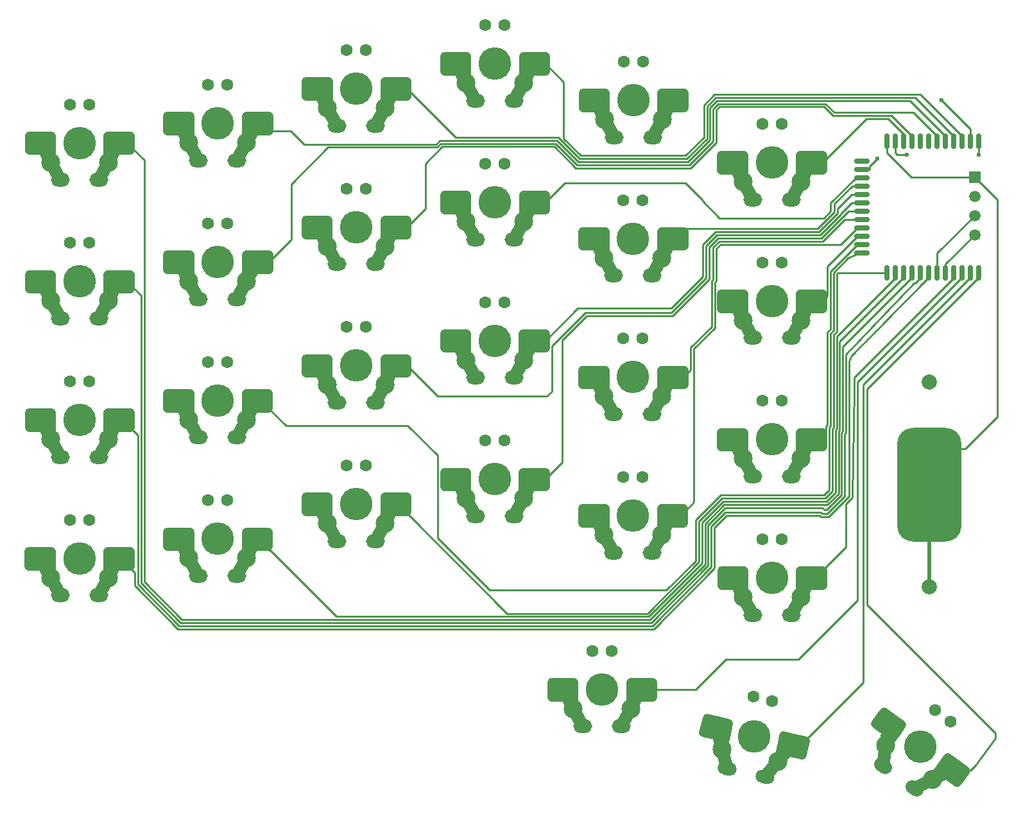
<source format=gtl>
G04*
G04 #@! TF.GenerationSoftware,Altium Limited,Altium Designer,23.0.1 (38)*
G04*
G04 Layer_Physical_Order=1*
G04 Layer_Color=255*
%FSLAX44Y44*%
%MOMM*%
G71*
G04*
G04 #@! TF.SameCoordinates,731B261B-C9CE-40F0-B7EB-595BBDBE4ECB*
G04*
G04*
G04 #@! TF.FilePolarity,Positive*
G04*
G01*
G75*
%ADD10C,0.2540*%
G04:AMPARAMS|DCode=12|XSize=0.7mm|YSize=2mm|CornerRadius=0.175mm|HoleSize=0mm|Usage=FLASHONLY|Rotation=180.000|XOffset=0mm|YOffset=0mm|HoleType=Round|Shape=RoundedRectangle|*
%AMROUNDEDRECTD12*
21,1,0.7000,1.6500,0,0,180.0*
21,1,0.3500,2.0000,0,0,180.0*
1,1,0.3500,-0.1750,0.8250*
1,1,0.3500,0.1750,0.8250*
1,1,0.3500,0.1750,-0.8250*
1,1,0.3500,-0.1750,-0.8250*
%
%ADD12ROUNDEDRECTD12*%
G04:AMPARAMS|DCode=13|XSize=0.7mm|YSize=2mm|CornerRadius=0.175mm|HoleSize=0mm|Usage=FLASHONLY|Rotation=270.000|XOffset=0mm|YOffset=0mm|HoleType=Round|Shape=RoundedRectangle|*
%AMROUNDEDRECTD13*
21,1,0.7000,1.6500,0,0,270.0*
21,1,0.3500,2.0000,0,0,270.0*
1,1,0.3500,-0.8250,-0.1750*
1,1,0.3500,-0.8250,0.1750*
1,1,0.3500,0.8250,0.1750*
1,1,0.3500,0.8250,-0.1750*
%
%ADD13ROUNDEDRECTD13*%
G04:AMPARAMS|DCode=14|XSize=15mm|YSize=8.5mm|CornerRadius=2.125mm|HoleSize=0mm|Usage=FLASHONLY|Rotation=90.000|XOffset=0mm|YOffset=0mm|HoleType=Round|Shape=RoundedRectangle|*
%AMROUNDEDRECTD14*
21,1,15.0000,4.2500,0,0,90.0*
21,1,10.7500,8.5000,0,0,90.0*
1,1,4.2500,2.1250,5.3750*
1,1,4.2500,2.1250,-5.3750*
1,1,4.2500,-2.1250,-5.3750*
1,1,4.2500,-2.1250,5.3750*
%
%ADD14ROUNDEDRECTD14*%
%ADD29C,1.1000*%
%ADD30C,1.7000*%
%ADD31C,0.5000*%
%ADD32C,2.5000*%
%ADD33C,1.0000*%
%ADD34C,2.0000*%
%ADD35O,2.5000X1.8000*%
%ADD36C,4.3000*%
%ADD37C,1.6000*%
%ADD38R,1.5000X1.5000*%
%ADD39C,1.5000*%
G04:AMPARAMS|DCode=40|XSize=2.5mm|YSize=1.8mm|CornerRadius=0mm|HoleSize=0mm|Usage=FLASHONLY|Rotation=324.200|XOffset=0mm|YOffset=0mm|HoleType=Round|Shape=Round|*
%AMOVALD40*
21,1,0.7000,1.8000,0.0000,0.0000,324.2*
1,1,1.8000,-0.2839,0.2047*
1,1,1.8000,0.2839,-0.2047*
%
%ADD40OVALD40*%

G04:AMPARAMS|DCode=41|XSize=2.5mm|YSize=1.8mm|CornerRadius=0mm|HoleSize=0mm|Usage=FLASHONLY|Rotation=347.200|XOffset=0mm|YOffset=0mm|HoleType=Round|Shape=Round|*
%AMOVALD41*
21,1,0.7000,1.8000,0.0000,0.0000,347.2*
1,1,1.8000,-0.3413,0.0775*
1,1,1.8000,0.3413,-0.0775*
%
%ADD41OVALD41*%

%ADD42C,0.6000*%
D10*
X1180139Y935000D02*
X1192500D01*
X1177755Y937385D02*
X1180139Y935000D01*
X171142Y760982D02*
X182452Y749672D01*
X171199Y943611D02*
X186516Y928293D01*
X346660Y418400D02*
X348660Y416400D01*
X351366Y413694D01*
X529563Y460636D02*
X530532Y459668D01*
X529044Y461155D02*
Y464374D01*
Y461155D02*
X529563Y460636D01*
X533300Y459668D02*
X535321D01*
X530532D02*
X533300D01*
X1081561Y561628D02*
X1085552Y565619D01*
X1085984Y569609D02*
Y576716D01*
Y566051D02*
Y569609D01*
X1085552Y565619D02*
X1085984Y566051D01*
X894220Y459197D02*
X896348Y461325D01*
X898476Y463453D02*
X901349Y466324D01*
X911821Y476797D01*
X880189Y820055D02*
X883489Y823355D01*
X894589Y834455D02*
X896589Y836455D01*
X897500Y837366D01*
X898589D01*
X1075114D01*
X883489Y823355D02*
X884589Y824455D01*
X1143752Y915497D02*
Y919934D01*
X1177755Y937385D02*
Y952997D01*
X884589Y824455D02*
X894589Y834455D01*
X874589Y814455D02*
X880189Y820055D01*
X1085984Y564032D02*
Y566051D01*
X948892Y482251D02*
X1085266D01*
X1094112Y491097D01*
X664989Y330000D02*
X850342D01*
X1101591Y778997D02*
X1166754D01*
X918360Y451718D02*
X948892Y482251D01*
X1094112Y573350D02*
X1096040Y575277D01*
X1100104Y701667D02*
Y777509D01*
X1096040Y575277D02*
Y697604D01*
X535321Y459668D02*
X664989Y330000D01*
X1096040Y697604D02*
X1100104Y701667D01*
X850342Y330000D02*
X918360Y398017D01*
X1100104Y777509D02*
X1101591Y778997D01*
X918360Y398017D02*
Y451718D01*
X1094112Y491097D02*
Y573350D01*
X1222500Y500000D02*
Y508498D01*
X1261073Y547071D01*
X1269571D01*
X1312500Y590000D01*
Y875800D01*
X1282500Y905800D02*
X1312500Y875800D01*
X1075114Y837366D02*
X1097478Y859730D01*
Y870340D02*
X1120635Y893497D01*
X350700Y601029D02*
X373951Y577778D01*
X534152D01*
X573522Y538408D01*
Y429950D02*
Y538408D01*
Y429950D02*
X642432Y361040D01*
X875635D01*
X914136Y399541D01*
Y453242D01*
X947208Y486315D01*
X1083582D01*
X1090048Y492780D01*
Y575033D01*
X1091976Y576960D01*
Y699286D01*
X1096040Y703351D01*
Y779534D01*
X1114924Y798419D01*
X1125505Y803747D01*
X1133755Y805497D01*
X168086Y575353D02*
X178388Y565051D01*
Y368366D02*
Y565051D01*
Y368366D02*
X233011Y313744D01*
X857076D01*
X934615Y391284D01*
Y444984D01*
X952752Y463121D01*
X1079518D01*
X1080709Y461931D01*
X1087935D01*
X1110716Y484711D01*
Y566964D01*
X1112296Y568544D01*
Y671411D01*
X1202228Y765510D01*
X1203767D01*
X1210754Y772497D01*
Y774430D01*
X1081658Y386964D02*
X1112296Y417602D01*
Y474796D01*
X1119680Y482180D01*
X1120424Y482924D01*
X1123436Y627155D01*
Y641178D01*
X1254755Y772497D01*
Y778997D01*
X857500Y230000D02*
X914539D01*
X954224Y269685D01*
X1049694D01*
X1127500Y347491D01*
Y635316D01*
X1265754Y773570D01*
Y778997D01*
X1058899Y162683D02*
X1058937Y162645D01*
X1135000Y238708D01*
Y631816D01*
X1276755Y773571D01*
Y778997D01*
X1287754Y773570D02*
Y778997D01*
X1140000Y625816D02*
X1287754Y773570D01*
X1140000Y341948D02*
Y625816D01*
Y341948D02*
X1309914Y172034D01*
Y166064D02*
Y172034D01*
X1308380Y164530D02*
X1309914Y166064D01*
X1283420Y129922D02*
X1308380Y164530D01*
X1283420Y129549D02*
Y129922D01*
X1276880Y123008D02*
X1283420Y129549D01*
X1270674Y123008D02*
X1276880D01*
X1133755Y915497D02*
X1143752D01*
Y919934D02*
X1153658Y929840D01*
X1243754Y778997D02*
Y790854D01*
X1282500Y829600D01*
X1232755Y778997D02*
Y805255D01*
X1282500Y855000D01*
X1198506Y905800D02*
X1282500D01*
X1166754Y937552D02*
X1198506Y905800D01*
X1166754Y937552D02*
Y952997D01*
X1287627Y935127D02*
Y952870D01*
X1287754Y952997D01*
X716004Y872452D02*
X741302Y897749D01*
X900610D01*
X923071Y875289D01*
Y874033D02*
Y875289D01*
Y874033D02*
X945531Y851573D01*
X1083573D01*
X1092300Y860300D01*
Y871242D01*
X1125556Y904497D01*
X1133755D01*
X1120635Y893497D02*
X1133755D01*
X1097478Y859730D02*
Y870340D01*
X715949Y689823D02*
X758803Y732677D01*
X882126D01*
X923553Y774104D01*
Y816479D01*
X940274Y833199D01*
X1076694D01*
X1101542Y858047D01*
Y864094D01*
X1119945Y882497D01*
X1133755D01*
X533397Y657003D02*
X573871Y616529D01*
X717969D01*
X724242Y622802D01*
Y682598D01*
X768481Y726836D01*
X882033D01*
X927617Y772421D01*
Y814796D01*
X941957Y829135D01*
X1078377D01*
X1105606Y856363D01*
Y857158D01*
X1119945Y871497D01*
X1133755D01*
X715892Y507193D02*
X738148Y529449D01*
Y690756D01*
X770164Y722772D01*
X883716D01*
X931681Y770738D01*
Y813112D01*
X943640Y825071D01*
X1080061D01*
X1115486Y860497D01*
X1133755D01*
X898533Y641826D02*
X907757Y651050D01*
Y680774D01*
X935260Y708277D01*
Y768569D01*
X937259Y770568D01*
Y812943D01*
X945324Y821007D01*
X1081744D01*
X1110234Y849497D01*
X1133755D01*
X896348Y461325D02*
X898476Y459197D01*
X911821Y679090D02*
X939324Y706594D01*
Y766885D01*
X941323Y811259D02*
X947007Y816943D01*
X1105701D01*
X1127255Y838497D01*
X1133755D01*
X911821Y476797D02*
Y679090D01*
X939324Y766885D02*
X941323Y768885D01*
Y811259D01*
X1081618Y742238D02*
Y742571D01*
X1087912Y748865D02*
Y788154D01*
X1127255Y827497D01*
X1133755D01*
X1081618Y742571D02*
X1087912Y748865D01*
X1081561Y559609D02*
X1085984Y564032D01*
Y576716D02*
X1087912Y578644D01*
X1091976Y705034D02*
Y781218D01*
X1087912Y700970D02*
X1091976Y705034D01*
X1087912Y578644D02*
Y700970D01*
X1091976Y781218D02*
X1127255Y816497D01*
X1133755D01*
X350700Y611029D02*
Y621029D01*
X950576Y478187D02*
X1086949D01*
X1100104Y695106D02*
X1177755Y772757D01*
X852026Y325936D02*
X922423Y396334D01*
X1086949Y478187D02*
X1098524Y489761D01*
Y572014D02*
X1100104Y573594D01*
X922423Y396334D02*
Y450035D01*
X1177755Y772757D02*
Y778997D01*
X440439Y325936D02*
X852026D01*
X351366Y413694D02*
X352681D01*
X1098524Y489761D02*
Y572014D01*
X1100104Y573594D02*
Y695106D01*
X352681Y413694D02*
X440439Y325936D01*
X922423Y450035D02*
X950576Y478187D01*
X186516Y371733D02*
Y928293D01*
Y371733D02*
X236377Y321872D01*
X853709D01*
X926488Y394651D01*
Y448351D01*
X951541Y473404D01*
X1087914D01*
X1102588Y488078D01*
Y570331D01*
X1104168Y571910D01*
Y688984D01*
X1188754Y773570D01*
Y778997D01*
X182452Y370049D02*
Y749672D01*
Y370049D02*
X234694Y317808D01*
X855392D01*
X930552Y392967D01*
Y446668D01*
X953224Y469340D01*
X1080976D01*
X1084534Y467084D01*
X1085200Y467047D01*
X1087304D01*
X1106652Y486394D01*
Y568647D01*
X1108232Y570227D01*
Y682048D01*
X1199754Y773571D01*
Y778997D01*
X168086Y575353D02*
Y585353D01*
X1219073Y770890D02*
Y776724D01*
X1214408Y766224D02*
X1219073Y770890D01*
X1119371Y668948D02*
X1214408Y766224D01*
X1116360Y662549D02*
X1119371Y668948D01*
X1116360Y484608D02*
Y662549D01*
X1089619Y457867D02*
X1116360Y484608D01*
X1079025Y457867D02*
X1089619D01*
X1077835Y459057D02*
X1079025Y457867D01*
X954436Y459057D02*
X1077835D01*
X938680Y443301D02*
X954436Y459057D01*
X938680Y389600D02*
Y443301D01*
X858759Y309680D02*
X938680Y389600D01*
X231327Y309680D02*
X858759D01*
X174324Y366683D02*
X231327Y309680D01*
X174324Y366683D02*
Y383745D01*
X168030Y390039D02*
X174324Y383745D01*
X168030Y390039D02*
Y392724D01*
Y402724D01*
X1058033Y154281D02*
Y158871D01*
X1056684Y152931D02*
X1058033Y154281D01*
X1238702Y1007084D02*
X1276755Y969032D01*
Y952997D02*
Y969032D01*
X716061Y1055082D02*
X740158Y1030984D01*
Y956460D02*
Y1030984D01*
Y956460D02*
X762828Y933791D01*
X900870D01*
X925002Y957923D01*
Y1000622D01*
X938797Y1014417D01*
X1210834D01*
X1265754Y959497D01*
Y952997D02*
Y959497D01*
X533509Y1022261D02*
X597832Y957938D01*
X732932D01*
X761144Y929726D01*
X902554D01*
X929066Y956239D01*
Y998938D01*
X940481Y1010353D01*
X1203898D01*
X1254755Y959497D01*
Y952997D02*
Y959497D01*
X342520Y966287D02*
X350800D01*
X380169D01*
X397488Y948968D01*
X571710D01*
X576617Y953874D01*
X731249D01*
X759461Y925663D01*
X904237D01*
X933130Y954556D01*
Y997255D01*
X942164Y1006289D01*
X1196962D01*
X1243754Y959497D01*
Y952997D02*
Y959497D01*
X350800Y793658D02*
X380438Y823296D01*
Y895932D01*
X429409Y944903D01*
X573393D01*
X578300Y949810D01*
X729566D01*
X757778Y921599D01*
X905920D01*
X937194Y952872D01*
Y995572D01*
X943847Y1002225D01*
X1085257D01*
X1096654Y990828D01*
X1201423D01*
X1232755Y959497D01*
Y952997D02*
Y959497D01*
X533453Y839632D02*
X557432Y863610D01*
Y923195D01*
X579983Y945746D01*
X727882D01*
X756094Y917534D01*
X907604D01*
X941258Y951189D01*
Y993888D01*
X945531Y998161D01*
X1083573D01*
X1094970Y986764D01*
X1172487D01*
X1199754Y959497D01*
Y952997D02*
Y959497D01*
X1081552Y924867D02*
X1139385Y982700D01*
X1167994D01*
X1188754Y961940D01*
Y952997D02*
Y961940D01*
D12*
X1287754Y952997D02*
D03*
X1166754D02*
D03*
X1254755D02*
D03*
X1243754D02*
D03*
X1232755D02*
D03*
X1221754D02*
D03*
X1210754D02*
D03*
X1199754D02*
D03*
X1177755D02*
D03*
X1276755D02*
D03*
X1188754D02*
D03*
X1265754D02*
D03*
X1276755Y778997D02*
D03*
X1166754D02*
D03*
X1177755D02*
D03*
X1188754D02*
D03*
X1199754D02*
D03*
X1221754D02*
D03*
X1232755D02*
D03*
X1243754D02*
D03*
X1254755D02*
D03*
X1265754D02*
D03*
X1210754D02*
D03*
X1287754D02*
D03*
D13*
X1133755Y871497D02*
D03*
Y860497D02*
D03*
Y893497D02*
D03*
X1133754Y926497D02*
D03*
X1133755Y915497D02*
D03*
Y904497D02*
D03*
Y882497D02*
D03*
Y816497D02*
D03*
Y805497D02*
D03*
Y838497D02*
D03*
Y827497D02*
D03*
Y849497D02*
D03*
D14*
X1222500Y500000D02*
D03*
D29*
X963752Y934867D02*
X977552D01*
X963752D02*
X977552D01*
Y924867D02*
Y934867D01*
X963752D02*
X977552D01*
Y924867D02*
Y934867D01*
Y924867D02*
Y934867D01*
Y924867D02*
Y934867D01*
Y924867D02*
Y934867D01*
Y924867D02*
Y934867D01*
X963752D02*
X977552D01*
Y924867D02*
Y934867D01*
X963752D02*
X977552D01*
X963752D02*
X977552D01*
X963752D02*
X977552D01*
X963752D02*
X977552D01*
X947552Y924867D02*
X963752D01*
X947552D02*
X963752D01*
X977552Y924867D02*
Y924867D01*
Y924867D02*
Y924867D01*
Y924867D02*
Y924867D01*
Y934867D01*
Y924867D02*
Y924867D01*
Y924867D02*
Y924867D01*
Y924867D02*
Y924867D01*
Y924867D02*
Y924867D01*
Y924867D02*
Y924867D01*
X963752Y914867D02*
X968752D01*
X963752D02*
X968752D01*
X963752D02*
X968752D01*
X963752D02*
X968752D01*
X963752D02*
X968752D01*
X963752D02*
X968752D01*
X963752D02*
X968752D01*
X963752D02*
X968752D01*
X794849Y1007084D02*
Y1017084D01*
X781049D02*
X794849D01*
Y1007084D02*
Y1017084D01*
Y988084D02*
Y1007084D01*
Y1017084D01*
Y1007084D02*
Y1017084D01*
X781049D02*
X794849D01*
X781049D02*
X794849D01*
X781049D02*
X794849D01*
X781049D02*
X794849D01*
Y988084D02*
Y1007084D01*
Y988084D02*
Y1007084D01*
Y988084D02*
Y1007084D01*
Y988084D02*
Y1007084D01*
Y988084D02*
Y1007084D01*
Y988084D02*
Y1007084D01*
Y1017084D01*
Y1007084D02*
Y1017084D01*
X781049D02*
X794849D01*
X781049D02*
X794849D01*
X781049D02*
X794849D01*
Y1007084D02*
Y1017084D01*
Y1007084D02*
Y1017084D01*
X781049Y997084D02*
X786049D01*
X781049D02*
X786049D01*
X781049D02*
X786049D01*
X947552Y924867D02*
X963752D01*
X947552D02*
X963752D01*
X947552D02*
X963752D01*
X947552D02*
X963752D01*
X947552Y914867D02*
X963752D01*
X947552Y924867D02*
X963752D01*
X947552Y934867D02*
X963752D01*
X947552Y924867D02*
X963752D01*
X947552Y914867D02*
X963752D01*
X947552D02*
X963752D01*
X947552D02*
X963752D01*
X947552D02*
X963752D01*
X947552D02*
X963752D01*
X947552D02*
X963752D01*
X947552D02*
X963752D01*
X947552Y934867D02*
X963752D01*
X947552D02*
X963752D01*
X947552D02*
X963752D01*
X947552D02*
X963752D01*
X947552D02*
X963752D01*
X794849Y988084D02*
Y1007084D01*
X947552Y934867D02*
X963752D01*
X947552D02*
X963752D01*
X794589Y824455D02*
Y834455D01*
X780789D02*
X794589D01*
X780789D02*
X794589D01*
X780789D02*
X794589D01*
X963817Y752238D02*
X977618D01*
Y742238D02*
Y752238D01*
X963817D02*
X977618D01*
X963817D02*
X977618D01*
X963817D02*
X977618D01*
X963817D02*
X977618D01*
Y742238D02*
Y752238D01*
Y742238D02*
Y752238D01*
Y742238D02*
Y752238D01*
Y742238D02*
Y752238D01*
Y742238D02*
Y752238D01*
Y742238D02*
Y752238D01*
Y742238D02*
Y752238D01*
X963817D02*
X963817D01*
X963817D02*
X963817D01*
X963817D02*
X963817D01*
X963817D02*
X963817D01*
X963817D02*
X963817D01*
X963817D02*
X963817D01*
X963817D02*
X963817D01*
X977618D01*
X963817D02*
X977618D01*
X963817D02*
X963817D01*
X977618D01*
X947618Y742238D02*
X963817D01*
X947618D02*
X963817D01*
X947618D02*
X963817D01*
X977618Y742238D02*
Y742238D01*
Y742238D02*
Y742238D01*
Y742238D02*
Y742238D01*
Y742238D02*
Y742238D01*
Y742238D02*
Y742238D01*
Y742238D02*
Y742238D01*
Y742238D02*
Y742238D01*
Y742238D02*
Y742238D01*
X947618Y732238D02*
X963817D01*
X968818D01*
X963817D02*
X968818D01*
X963817D02*
X968818D01*
X963817D02*
X968818D01*
X947618D02*
X963817D01*
X947618D02*
X963817D01*
X947618D02*
X963817D01*
X968818D01*
X963817D02*
X968818D01*
X963817D02*
X968818D01*
X963817D02*
X968818D01*
X794589Y805455D02*
Y824455D01*
Y805455D02*
Y824455D01*
Y805455D02*
Y824455D01*
Y805455D02*
Y824455D01*
Y805455D02*
Y824455D01*
Y805455D02*
Y824455D01*
Y805455D02*
Y824455D01*
X780789Y834455D02*
X794589D01*
Y824455D02*
Y834455D01*
Y824455D02*
Y834455D01*
Y824455D02*
Y834455D01*
X780789D02*
X794589D01*
X780789D02*
X794589D01*
X780789D02*
X794589D01*
X780789D02*
X794589D01*
Y824455D02*
Y834455D01*
Y824455D02*
Y834455D01*
Y824455D02*
Y834455D01*
Y805455D02*
Y824455D01*
Y834455D01*
X947618Y742238D02*
X963817D01*
X947618D02*
X963817D01*
X947618D02*
X963817D01*
X947618D02*
X963817D01*
X947618D02*
X963817D01*
X947618Y732238D02*
X963817D01*
X947618D02*
X963817D01*
X947618D02*
X963817D01*
X947618D02*
X963817D01*
X780733Y651826D02*
X794532D01*
X780733D02*
X794532D01*
X780733D02*
X794532D01*
Y641826D02*
Y651826D01*
Y641826D02*
Y651826D01*
X780733D02*
X794532D01*
X780733D02*
X794532D01*
X780733D02*
X794532D01*
X780733D02*
X794532D01*
Y641826D02*
Y651826D01*
Y641826D02*
Y651826D01*
Y641826D02*
Y651826D01*
X780733D02*
X794532D01*
Y641826D02*
Y651826D01*
Y641826D02*
Y651826D01*
X764849Y1017084D02*
X781049D01*
X612061Y1055081D02*
Y1055082D01*
X764849Y1017084D02*
X781049D01*
X764849D02*
X781049D01*
X764849D02*
X781049D01*
X612061Y1055081D02*
Y1055082D01*
Y1055081D02*
Y1055082D01*
X764849Y1017084D02*
X781049D01*
X764849Y1007084D02*
X781049D01*
X764849Y1017084D02*
X781049D01*
X764849D02*
X781049D01*
X764849D02*
X781049D01*
X612061Y1055082D02*
Y1065082D01*
Y1055082D02*
Y1065082D01*
Y1055082D02*
Y1065082D01*
Y1055082D02*
Y1065082D01*
Y1055082D02*
Y1065082D01*
Y1055082D02*
Y1065082D01*
Y1055082D02*
Y1065082D01*
Y1055081D02*
Y1055082D01*
Y1055081D02*
Y1055082D01*
Y1055081D02*
Y1055082D01*
Y1065082D01*
Y1055081D02*
Y1055082D01*
Y1055081D02*
Y1055082D01*
X764849Y997084D02*
X781049D01*
X764849D02*
X781049D01*
X764849D02*
X781049D01*
X764849D02*
X781049D01*
X764849D02*
X781049D01*
X764849Y1007084D02*
X781049D01*
X764849D02*
X781049D01*
X764849D02*
X781049D01*
X764849Y997084D02*
X781049D01*
X764849Y1007084D02*
X781049D01*
Y997084D02*
X786049D01*
X781049D02*
X786049D01*
X781049D02*
X786049D01*
X781049D02*
X786049D01*
X781049D02*
X786049D01*
X764849Y1007084D02*
X781049D01*
X764849D02*
X781049D01*
X764849Y997084D02*
X781049D01*
X764849Y1007084D02*
X781049D01*
X764849Y997084D02*
X781049D01*
X612005Y872452D02*
Y882452D01*
Y872452D02*
Y882452D01*
Y872452D02*
Y882452D01*
Y872452D02*
Y882452D01*
X598261Y1065082D02*
X612061D01*
X598261D02*
X612061D01*
X582061D02*
X598261D01*
X612061D01*
X582061D02*
X598261D01*
X582061D02*
X598261D01*
X612061D01*
X598261D02*
X612061D01*
X598261D02*
X612061D01*
X598261D02*
X612061D01*
X598261D02*
X612061D01*
X582061Y1055082D02*
X598261D01*
X582061D02*
X598261D01*
X582061D02*
X598261D01*
X582061Y1065082D02*
X598261D01*
X582061D02*
X598261D01*
X582061D02*
X598261D01*
X582061D02*
X598261D01*
X582061Y1055082D02*
X598261D01*
X582061D02*
X598261D01*
X582061Y1045082D02*
X598261D01*
X582061D02*
X598261D01*
X582061Y1065082D02*
X598261D01*
X582061Y1055082D02*
X598261D01*
X582061D02*
X598261D01*
X582061D02*
X598261D01*
Y1045082D02*
X603261D01*
X598261D02*
X603261D01*
X598261D02*
X603261D01*
X598204Y882452D02*
X612005D01*
X598204D02*
X612005D01*
Y872452D02*
Y882452D01*
Y872452D02*
Y882452D01*
X598204D02*
X612005D01*
X598204D02*
X612005D01*
X598204D02*
X612005D01*
X598204D02*
X612005D01*
X582061Y1045082D02*
X598261D01*
X582061D02*
X598261D01*
X582061D02*
X598261D01*
X582061D02*
X598261D01*
X582061D02*
X598261D01*
X582061D02*
X598261D01*
X603261D01*
X598261D02*
X603261D01*
X598261D02*
X603261D01*
X598261D02*
X603261D01*
X598261D02*
X603261D01*
X764589Y834455D02*
X780789D01*
X764589D02*
X780789D01*
X764589D02*
X780789D01*
X764589D02*
X780789D01*
X764589D02*
X780789D01*
X764589D02*
X780789D01*
X764589Y824455D02*
X780789D01*
X764589D02*
X780789D01*
X764589D02*
X780789D01*
X764589D02*
X780789D01*
X764589D02*
X780789D01*
X764589D02*
X780789D01*
X764589D02*
X780789D01*
X764589D02*
X780789D01*
X612005Y872451D02*
Y872452D01*
Y872451D02*
Y872452D01*
Y872451D02*
Y872452D01*
Y882452D01*
Y872452D02*
Y882452D01*
Y872451D02*
Y872452D01*
X764589Y834455D02*
X780789D01*
X764589D02*
X780789D01*
X612005Y872451D02*
Y872452D01*
Y872451D02*
Y872452D01*
Y872451D02*
Y872452D01*
Y872451D02*
Y872452D01*
X764589Y814455D02*
X780789D01*
X785789D01*
X780789D02*
X785789D01*
X764589D02*
X780789D01*
X764589D02*
X780789D01*
X764589D02*
X780789D01*
X764589D02*
X780789D01*
X764589D02*
X780789D01*
X764589D02*
X780789D01*
X764589D02*
X780789D01*
X785789D01*
X780789D02*
X785789D01*
X780789D02*
X785789D01*
X780789D02*
X785789D01*
X780789D02*
X785789D01*
X780789D02*
X785789D01*
X764532Y641826D02*
X780733D01*
X764532Y651826D02*
X780733D01*
X764532D02*
X780733D01*
X764532D02*
X780733D01*
X764532D02*
X780733D01*
X764532D02*
X780733D01*
X764532D02*
X780733D01*
X764532D02*
X780733D01*
X764532D02*
X780733D01*
X598204Y882452D02*
X612005D01*
X598204D02*
X612005D01*
X598149Y699823D02*
X611949D01*
X598149D02*
X611949D01*
X598149D02*
X611949D01*
X598149D02*
X611949D01*
X598149D02*
X611949D01*
X598149D02*
X611949D01*
X598149D02*
X611949D01*
X598149D02*
X611949D01*
X598204Y862452D02*
X603204D01*
X598204D02*
X603204D01*
X598204D02*
X603204D01*
X598204D02*
X603204D01*
X598204D02*
X603204D01*
X598204D02*
X603204D01*
X598204D02*
X603204D01*
X598204D02*
X603204D01*
X611949Y689823D02*
Y699823D01*
Y670823D02*
Y689823D01*
Y670823D02*
Y689823D01*
Y699823D01*
Y689823D02*
Y699823D01*
Y689823D02*
Y699823D01*
Y689823D02*
Y699823D01*
Y670823D02*
Y689823D01*
Y670823D02*
Y689823D01*
Y670823D02*
Y689823D01*
Y670823D02*
Y689823D01*
Y670823D02*
Y689823D01*
Y670823D02*
Y689823D01*
Y699823D01*
Y689823D02*
Y699823D01*
Y689823D02*
Y699823D01*
X598149Y679823D02*
X603149D01*
X598149D02*
X603149D01*
X598149D02*
X603149D01*
X598149D02*
X603149D01*
X598149D02*
X603149D01*
X598149D02*
X603149D01*
X598149D02*
X603149D01*
X598149D02*
X603149D01*
X977561Y559608D02*
Y569609D01*
X963761D02*
X977561D01*
Y559608D02*
Y569609D01*
X963761D02*
X977561D01*
X963761D02*
X977561D01*
X963761D02*
X977561D01*
Y559608D02*
Y559608D01*
Y559608D02*
Y559608D01*
Y559608D02*
Y559608D01*
Y559608D02*
Y559608D01*
Y559608D02*
Y559608D01*
Y559608D02*
Y559608D01*
Y569609D01*
Y559608D02*
Y569609D01*
Y559608D02*
Y559608D01*
Y559608D02*
Y559608D01*
Y569609D01*
Y559608D02*
Y569609D01*
Y559608D02*
Y569609D01*
Y559608D02*
Y569609D01*
X963761Y549608D02*
X968761D01*
X963761D02*
X968761D01*
X963761D02*
X968761D01*
X963761D02*
X968761D01*
X963761D02*
X968761D01*
X963761D02*
X968761D01*
X963761D02*
X968761D01*
X977658Y376964D02*
Y386964D01*
Y376964D02*
Y386964D01*
Y376964D02*
Y386964D01*
Y376964D02*
Y386964D01*
Y376964D02*
Y386964D01*
Y357964D02*
Y376964D01*
Y357964D02*
Y376964D01*
Y357964D02*
Y376964D01*
Y357964D02*
Y376964D01*
Y386964D01*
Y376964D02*
Y386964D01*
Y357964D02*
Y376964D01*
X963858Y386964D02*
X977658D01*
X963858D02*
X977658D01*
X963858D02*
X977658D01*
X963858D02*
X977658D01*
Y357964D02*
Y376964D01*
Y357964D02*
Y376964D01*
Y386964D01*
Y357964D02*
Y376964D01*
X963858Y386964D02*
X977658D01*
X963858D02*
X977658D01*
X963858D02*
X977658D01*
X963858D02*
X977658D01*
X963761Y569609D02*
X977561D01*
X963761D02*
X977561D01*
X963761D02*
X977561D01*
X963761D02*
X977561D01*
X947561D02*
X963761D01*
X947561Y559608D02*
X963761D01*
X947561D02*
X963761D01*
X947561D02*
X963761D01*
X947561D02*
X963761D01*
X947561D02*
X963761D01*
X947561D02*
X963761D01*
X947561D02*
X963761D01*
X947561D02*
X963761D01*
X947561Y569609D02*
X963761D01*
X947561D02*
X963761D01*
X947561D02*
X963761D01*
X947561D02*
X963761D01*
X947561D02*
X963761D01*
X947561D02*
X963761D01*
X947561D02*
X963761D01*
Y549608D02*
X968761D01*
X947658Y386964D02*
X963858D01*
X947658D02*
X963858D01*
X947658D02*
X963858D01*
X947658Y376964D02*
X963858D01*
X947658D02*
X963858D01*
X947658D02*
X963858D01*
X947658D02*
X963858D01*
X947658D02*
X963858D01*
X947658D02*
X963858D01*
X947561Y549608D02*
X963761D01*
X947561D02*
X963761D01*
X947561D02*
X963761D01*
X947561D02*
X963761D01*
X947561D02*
X963761D01*
X947561D02*
X963761D01*
X947561D02*
X963761D01*
X947561D02*
X963761D01*
X947658Y386964D02*
X963858D01*
X947658D02*
X963858D01*
X947658Y376964D02*
X963858D01*
X947658Y386964D02*
X963858D01*
X947658D02*
X963858D01*
X947658D02*
X963858D01*
X1175130Y191916D02*
X1186323Y183844D01*
X1175130Y191916D02*
X1175130Y191916D01*
X1186323Y183844D01*
X1175130Y191916D02*
X1175130Y191916D01*
X1186323Y183844D01*
X1175130Y191916D02*
X1175130Y191916D01*
X1186323Y183844D01*
X1175130Y191916D02*
X1175130Y191916D01*
X1175130Y191917D02*
X1175130Y191916D01*
X1161991Y201393D02*
X1175130Y191917D01*
X1175130Y191916D01*
X1161991Y201393D02*
X1175130Y191917D01*
X1175130Y191916D01*
X1161991Y201393D02*
X1175130Y191917D01*
X1175130Y191916D02*
X1186323Y183844D01*
X1175130Y191916D02*
X1186323Y183844D01*
X1175130Y191916D02*
X1186323Y183844D01*
X1175130Y191916D02*
X1186323Y183844D01*
X1161991Y201393D02*
X1175130Y191917D01*
X1175130Y191916D01*
X1161991Y201393D02*
X1175130Y191917D01*
X1161991Y201393D02*
X1175130Y191917D01*
X1161991Y201393D02*
X1175130Y191917D01*
X1161991Y201393D02*
X1175130Y191917D01*
X1156141Y193282D02*
X1169280Y183806D01*
X1156141Y193282D02*
X1169280Y183806D01*
X1156141Y193282D02*
X1169280Y183806D01*
X1156141Y193282D02*
X1169280Y183806D01*
X1156141Y193282D02*
X1169280Y183806D01*
X1156141Y193282D02*
X1156141Y193282D01*
X1169280Y183806D01*
X1156141Y193282D02*
X1156141Y193282D01*
X1180473Y175733D02*
X1186323Y183844D01*
X1180473Y175733D02*
X1180473Y175733D01*
X1186323Y183844D01*
X1180473Y175733D02*
X1180473Y175733D01*
X1180473Y175733D02*
X1180473Y175733D01*
X1169359Y160323D02*
X1180473Y175733D01*
X1180473Y175733D01*
X1169359Y160323D02*
X1180473Y175733D01*
X1169359Y160323D02*
X1180473Y175733D01*
X1169359Y160323D02*
X1180473Y175733D01*
X1169359Y160323D02*
X1180473Y175733D01*
X1169359Y160323D02*
X1180473Y175733D01*
X1180473Y175733D01*
X1169359Y160323D02*
X1180473Y175733D01*
X1180473Y175733D01*
X1169359Y160323D02*
X1180473Y175733D01*
X1156141Y193282D02*
X1169280Y183806D01*
X1156141Y193282D02*
X1156141Y193282D01*
X1169280Y183806D01*
X1156141Y193282D02*
X1156141Y193282D01*
X1163431Y175695D02*
X1167487Y172770D01*
X1163431Y175695D02*
X1163431Y175695D01*
X1167487Y172770D01*
X1163431Y175695D02*
X1163431Y175695D01*
X1150292Y185171D02*
X1163431Y175695D01*
X1150292Y185171D02*
X1163431Y175695D01*
X1150292Y185171D02*
X1163431Y175695D01*
X1163431Y175695D02*
X1167487Y172770D01*
X1163431Y175695D02*
X1167487Y172770D01*
X1163431Y175695D02*
X1167487Y172770D01*
X1163431Y175695D02*
X1167487Y172770D01*
X1163431Y175695D02*
X1163431Y175695D01*
X1167487Y172770D01*
X1163431Y175695D02*
X1163431Y175695D01*
X1167487Y172770D01*
X963858Y366964D02*
X968858D01*
X963858D02*
X968858D01*
X963858D02*
X968858D01*
X963858D02*
X968858D01*
X947658D02*
X963858D01*
X968858D01*
X963858D02*
X968858D01*
X963858D02*
X968858D01*
X963858D02*
X968858D01*
X947658D02*
X963858D01*
X947658D02*
X963858D01*
X947658D02*
X963858D01*
X947658D02*
X963858D01*
X947658D02*
X963858D01*
X947658Y376964D02*
X963858D01*
X947658Y366964D02*
X963858D01*
X947658D02*
X963858D01*
X928229Y192371D02*
X944027Y188782D01*
X928229Y192371D02*
X928229D01*
X944027Y188782D01*
X928229Y192371D02*
X928229D01*
X944027Y188782D01*
X928229Y192371D02*
X928229D01*
X1150292Y185171D02*
X1163431Y175695D01*
X1150292Y185171D02*
X1150292Y185171D01*
X1163431Y175695D01*
X1150292Y185171D02*
X1150292Y185171D01*
X1163431Y175695D01*
X1150292Y185171D02*
X1150292Y185171D01*
X1163431Y175695D01*
X1150292Y185171D02*
X1163431Y175695D01*
X1150292Y185171D02*
X1150292Y185171D01*
X928229Y192371D02*
X944027Y188782D01*
X928229Y192371D02*
X944027Y188782D01*
X928229Y192371D02*
X944027Y188782D01*
X928229Y192371D02*
X928229D01*
X944027Y188782D01*
X928229Y192371D02*
X944027Y188782D01*
X794532Y641826D02*
Y651826D01*
X780733Y631826D02*
X785733D01*
X794532Y622826D02*
Y641826D01*
Y622826D02*
Y641826D01*
Y622826D02*
Y641826D01*
X780733Y631826D02*
X785733D01*
X780733D02*
X785733D01*
X764532D02*
X780733D01*
X785733D01*
X780733D02*
X785733D01*
X780733D02*
X785733D01*
X780733D02*
X785733D01*
X780733D02*
X785733D01*
X764532Y641826D02*
X780733D01*
X764532D02*
X780733D01*
X764532D02*
X780733D01*
X764532D02*
X780733D01*
X764532Y631826D02*
X780733D01*
X764532Y641826D02*
X780733D01*
X764532D02*
X780733D01*
X764532Y631826D02*
X780733D01*
X764532D02*
X780733D01*
X764532D02*
X780733D01*
X764532D02*
X780733D01*
X764532D02*
X780733D01*
X764532D02*
X780733D01*
X794532Y622826D02*
Y641826D01*
Y622826D02*
Y641826D01*
Y622826D02*
Y641826D01*
Y622826D02*
Y641826D01*
Y622826D02*
Y641826D01*
X780677Y469197D02*
X794477D01*
X780677D02*
X794477D01*
X780677D02*
X794477D01*
X780677D02*
X794477D01*
Y459197D02*
Y469197D01*
Y459197D02*
Y469197D01*
Y459197D02*
Y469197D01*
Y459197D02*
Y469197D01*
X780677D02*
X794477D01*
X780677D02*
X794477D01*
Y459197D02*
Y469197D01*
Y459197D02*
Y469197D01*
Y459197D02*
Y469197D01*
Y459197D02*
Y469197D01*
X780677D02*
X794477D01*
X780677D02*
X794477D01*
X764532Y641826D02*
X780733D01*
X598092Y517193D02*
X611892D01*
Y507193D02*
Y517193D01*
Y507193D02*
Y517193D01*
Y507193D02*
Y517193D01*
Y507193D02*
Y517193D01*
X598092D02*
X611892D01*
Y507193D02*
Y517193D01*
Y507193D02*
Y517193D01*
Y507193D02*
Y517193D01*
X598092D02*
X611892D01*
X598092D02*
X611892D01*
X598092D02*
X611892D01*
X598092D02*
X611892D01*
Y507193D02*
Y517193D01*
X598092D02*
X611892D01*
X598092D02*
X611892D01*
X598092Y497193D02*
X603093D01*
X598092D02*
X603093D01*
X598092D02*
X603093D01*
X598092D02*
X603093D01*
X598092D02*
X603093D01*
X764477Y469197D02*
X780677D01*
X764477D02*
X780677D01*
X764477D02*
X780677D01*
X764477D02*
X780677D01*
X764477D02*
X780677D01*
X764477D02*
X780677D01*
X764477D02*
X780677D01*
X764477D02*
X780677D01*
X611892Y488194D02*
Y507193D01*
Y488194D02*
Y507193D01*
Y488194D02*
Y507193D01*
Y488194D02*
Y507193D01*
Y488194D02*
Y507193D01*
Y488194D02*
Y507193D01*
Y488194D02*
Y507193D01*
Y488194D02*
Y507193D01*
X598092Y497193D02*
X603093D01*
X598092D02*
X603093D01*
X598092D02*
X603093D01*
X794477Y440197D02*
Y459197D01*
Y440197D02*
Y459197D01*
Y440197D02*
Y459197D01*
Y440197D02*
Y459197D01*
Y440197D02*
Y459197D01*
Y440197D02*
Y459197D01*
X780677Y449197D02*
X785676D01*
X780677D02*
X785676D01*
X780677D02*
X785676D01*
X780677D02*
X785676D01*
X780677D02*
X785676D01*
X780677D02*
X785676D01*
X780677D02*
X785676D01*
X764477D02*
X780677D01*
X764477D02*
X780677D01*
X764477D02*
X780677D01*
X764477D02*
X780677D01*
X764477D02*
X780677D01*
X785676D01*
X764477D02*
X780677D01*
X926014Y182619D02*
X941811Y179030D01*
X926014Y182619D02*
X941811Y179030D01*
X926014Y182619D02*
X941811Y179030D01*
X926013Y182619D02*
X926014D01*
X941811Y179030D01*
X926014Y182619D02*
X941811Y179030D01*
X926013Y182619D02*
X926014D01*
X941811Y179030D01*
X926013Y182619D02*
X926014D01*
X941811Y179030D01*
X926014Y182619D02*
X941811Y179030D01*
X926013Y182619D02*
X926014D01*
X939596Y169278D02*
X939596D01*
X923798Y172867D02*
X939596Y169278D01*
X939596D01*
X923798Y172867D02*
X939596Y169278D01*
X923798Y172867D02*
X939596Y169278D01*
X939596D01*
X923798Y172867D02*
X939596Y169278D01*
X939596D01*
X923798Y172867D02*
X939596Y169278D01*
X794477Y440197D02*
Y459197D01*
Y440197D02*
Y459197D01*
X923798Y172867D02*
X939596Y169278D01*
X923798Y172867D02*
X939596Y169278D01*
X923798Y172867D02*
X939596Y169278D01*
X764477Y459197D02*
X780677D01*
X764477D02*
X780677D01*
X764477D02*
X780677D01*
X764477D02*
X780677D01*
X764477D02*
X780677D01*
X764477D02*
X780677D01*
X764477D02*
X780677D01*
X764477D02*
X780677D01*
X764477Y449197D02*
X780677D01*
X764477D02*
X780677D01*
X723500Y240000D02*
X739700D01*
X723500D02*
X739700D01*
X739700D01*
X723500D02*
X739700D01*
X723500D02*
X739700D01*
X739700D01*
X739700D02*
X739700D01*
X739700D02*
X739700D01*
X723500Y230000D02*
X739700D01*
X723500D02*
X739700D01*
X723500D02*
X739700D01*
X723500D02*
X739700D01*
X753500Y230001D02*
Y230001D01*
Y230001D02*
X753500Y211000D01*
X753500Y230001D02*
X753500Y211000D01*
X753500Y230001D02*
X753500Y211000D01*
X753500Y230001D02*
Y230001D01*
Y230001D02*
X753500Y211000D01*
X753500Y230001D02*
Y230001D01*
Y230001D02*
X753500Y211000D01*
X753500Y230001D02*
Y230001D01*
Y230001D02*
X753500Y211000D01*
X753500Y230001D02*
X753500Y211000D01*
X753500Y230001D02*
X753500Y211000D01*
X739700Y220000D02*
X744700D01*
X723500D02*
X723500D01*
X723500D02*
X723500D01*
X739700D01*
X723500D02*
X739700D01*
X723500D02*
X723500D01*
X723500D02*
X723500D01*
X739700D02*
X744700D01*
X739700D02*
X744700D01*
X739700D02*
X744700D01*
X723500D02*
X739700D01*
X723500D02*
X739700D01*
X415710Y1032261D02*
X429510D01*
Y1022261D02*
Y1032261D01*
Y1022261D02*
Y1032261D01*
X415710D02*
X429510D01*
X415710D02*
X429510D01*
X415710D02*
X429510D01*
Y1003261D02*
Y1022261D01*
Y1003261D02*
Y1022261D01*
Y1003261D02*
Y1022261D01*
Y1003261D02*
Y1022261D01*
X415710Y1032261D02*
X429510D01*
X415710D02*
X429510D01*
X415710D02*
X429510D01*
Y1003261D02*
Y1022261D01*
Y1032261D01*
Y1022261D02*
Y1032261D01*
Y1022261D02*
Y1032261D01*
Y1022261D02*
Y1032261D01*
Y1022261D02*
Y1032261D01*
Y1022261D02*
Y1032261D01*
X415710Y1012261D02*
X420710D01*
X415710D02*
X420710D01*
X415710D02*
X420710D01*
X415710D02*
X420710D01*
X415710D02*
X420710D01*
X415710D02*
X420710D01*
X415710D02*
X420710D01*
X415710D02*
X420710D01*
X582005Y872452D02*
X598204D01*
X582005D02*
X598204D01*
X582005D02*
X598204D01*
X582005D02*
X598204D01*
X582005Y882452D02*
X598204D01*
X582005D02*
X598204D01*
X582005D02*
X598204D01*
X582005Y862452D02*
X598204D01*
X582005Y872452D02*
X598204D01*
X582005D02*
X598204D01*
X582005Y862452D02*
X598204D01*
X582005D02*
X598204D01*
X582005Y872452D02*
X598204D01*
X582005D02*
X598204D01*
X429510Y1003261D02*
Y1022261D01*
Y1003261D02*
Y1022261D01*
Y1003261D02*
Y1022261D01*
X582005Y882452D02*
X598204D01*
X582005D02*
X598204D01*
X582005D02*
X598204D01*
X582005D02*
X598204D01*
X582005D02*
X598204D01*
X415710Y1032261D02*
X429510D01*
X399510Y1022261D02*
X415710D01*
X399510Y1032261D02*
X415710D01*
X399510Y1022261D02*
X415710D01*
X399510Y1032261D02*
X415710D01*
X399510Y1022261D02*
X415710D01*
X399510D02*
X415710D01*
X399510Y1012261D02*
X415710D01*
X399510D02*
X415710D01*
X399510D02*
X415710D01*
X399510D02*
X415710D01*
X399510D02*
X415710D01*
X399510D02*
X415710D01*
X399510D02*
X415710D01*
X399510D02*
X415710D01*
X399510Y1032261D02*
X415710D01*
X399510D02*
X415710D01*
X399510D02*
X415710D01*
X399510D02*
X415710D01*
X399510D02*
X415710D01*
X399510D02*
X415710D01*
X399510Y1022261D02*
X415710D01*
X399510D02*
X415710D01*
X399510D02*
X415710D01*
X399510D02*
X415710D01*
X246800Y976287D02*
Y986287D01*
Y976287D02*
Y986287D01*
Y976287D02*
Y986287D01*
Y957287D02*
Y976287D01*
Y957287D02*
Y976287D01*
Y957287D02*
Y976287D01*
Y957287D02*
Y976287D01*
Y957287D02*
Y976287D01*
Y986287D01*
Y976287D02*
Y986287D01*
X233000D02*
X246800D01*
X233000D02*
X246800D01*
X233000D02*
X246800D01*
X233000D02*
X246800D01*
X233000D02*
X246800D01*
X233000D02*
X246800D01*
X233000D02*
X246800D01*
X233000D02*
X246800D01*
Y957287D02*
Y976287D01*
Y986287D01*
Y976287D02*
Y986287D01*
Y976287D02*
Y986287D01*
X582005Y862452D02*
X598204D01*
X582005D02*
X598204D01*
X582005D02*
X598204D01*
X582005D02*
X598204D01*
X582005D02*
X598204D01*
X429454Y839632D02*
Y849632D01*
Y839632D02*
Y849632D01*
Y839632D02*
Y849632D01*
Y839631D02*
Y839632D01*
Y849632D01*
Y839632D02*
Y849632D01*
Y839632D02*
Y849632D01*
Y839632D02*
Y849632D01*
X415653D02*
X429454D01*
X415653D02*
X429454D01*
X415653D02*
X429454D01*
Y839632D02*
Y849632D01*
X415653D02*
X429454D01*
X415653D02*
X429454D01*
X415653D02*
X429454D01*
X415653D02*
X429454D01*
X415653D02*
X429454D01*
Y839631D02*
Y839632D01*
Y839631D02*
Y839632D01*
Y839631D02*
Y839632D01*
Y839631D02*
Y839632D01*
Y839631D02*
Y839632D01*
X581949Y699823D02*
X598149D01*
X581949D02*
X598149D01*
X581949D02*
X598149D01*
X581949D02*
X598149D01*
X581949D02*
X598149D01*
X581949D02*
X598149D01*
X581949Y689823D02*
X598149D01*
X581949D02*
X598149D01*
X581949D02*
X598149D01*
X581949D02*
X598149D01*
X581949Y699823D02*
X598149D01*
X581949D02*
X598149D01*
X429454Y839631D02*
Y839632D01*
Y839631D02*
Y839632D01*
X415653Y829632D02*
X420654D01*
X415653D02*
X420654D01*
X415653D02*
X420654D01*
X415653D02*
X420654D01*
X415653D02*
X420654D01*
X415653D02*
X420654D01*
X415653D02*
X420654D01*
X399453Y839632D02*
X415653D01*
X399453D02*
X415653D01*
X399453D02*
X415653D01*
X399453Y829632D02*
X415653D01*
X399453Y839632D02*
X415653D01*
X399453Y849632D02*
X415653D01*
X399453Y839632D02*
X415653D01*
X399453Y849632D02*
X415653D01*
X399453Y839632D02*
X415653D01*
X399453Y829632D02*
X415653D01*
X399453D02*
X415653D01*
X399453D02*
X415653D01*
X420654D01*
X399453D02*
X415653D01*
X399453D02*
X415653D01*
X399453D02*
X415653D01*
X399453Y849632D02*
X415653D01*
X399453D02*
X415653D01*
X399453D02*
X415653D01*
X399453D02*
X415653D01*
X399453Y839632D02*
X415653D01*
X399453D02*
X415653D01*
X399453Y849632D02*
X415653D01*
X399453D02*
X415653D01*
X399453Y829632D02*
X415653D01*
X246800Y793658D02*
Y793658D01*
Y803658D01*
Y793658D02*
Y803658D01*
Y793658D02*
Y793658D01*
Y793658D02*
Y793658D01*
Y793658D02*
Y793658D01*
Y793658D02*
Y793658D01*
Y793658D02*
Y793658D01*
Y793658D02*
Y793658D01*
Y803658D01*
X233000D02*
X246800D01*
Y793658D02*
Y803658D01*
Y793658D02*
Y803658D01*
X233000D02*
X246800D01*
X233000D02*
X246800D01*
X233000D02*
X246800D01*
X233000D02*
X246800D01*
Y793658D02*
Y803658D01*
Y793658D02*
Y803658D01*
Y793658D02*
Y793658D01*
Y803658D01*
X216800Y976287D02*
X233000D01*
X216800Y966287D02*
X233000D01*
X216800D02*
X233000D01*
X216800Y986287D02*
X233000D01*
X216800Y976287D02*
X233000D01*
X216800D02*
X233000D01*
X216800Y966287D02*
X233000D01*
X216800D02*
X233000D01*
X216800D02*
X233000D01*
X216800D02*
X233000D01*
X216800D02*
X233000D01*
X216800D02*
X233000D01*
X216800Y986287D02*
X233000D01*
X216800D02*
X233000D01*
X216800D02*
X233000D01*
X216800D02*
X233000D01*
X216800D02*
X233000D01*
X216800D02*
X233000D01*
X216800D02*
X233000D01*
X216800Y976287D02*
X233000D01*
X216800D02*
X233000D01*
X216800D02*
X233000D01*
X216800D02*
X233000D01*
X216800D02*
X233000D01*
X246800Y957287D02*
Y976287D01*
X233000Y966287D02*
X238000D01*
X246800Y957287D02*
Y976287D01*
X233000Y966287D02*
X238000D01*
X233000D02*
X238000D01*
X233000D02*
X238000D01*
X233000Y803658D02*
X246800D01*
X233000Y966287D02*
X238000D01*
X233000D02*
X238000D01*
X233000D02*
X238000D01*
X233000D02*
X238000D01*
X64199Y950611D02*
Y960611D01*
Y950611D02*
Y960611D01*
Y950611D02*
Y960611D01*
Y950611D02*
Y960611D01*
Y950611D02*
Y960611D01*
Y950611D02*
Y960611D01*
Y950611D02*
Y960611D01*
X216800Y803658D02*
X233000D01*
X64199Y931612D02*
Y950611D01*
Y931612D02*
Y950611D01*
X50399Y960611D02*
X64199D01*
X50399D02*
X64199D01*
X50399D02*
X64199D01*
X50399D02*
X64199D01*
X50399D02*
X64199D01*
X34199D02*
X50399D01*
X64199D01*
X50399D02*
X64199D01*
X50399D02*
X64199D01*
Y950611D02*
Y960611D01*
X34199Y950611D02*
X50399D01*
X34199D02*
X50399D01*
X34199D02*
X50399D01*
X34199Y960611D02*
X50399D01*
X34199D02*
X50399D01*
X34199D02*
X50399D01*
X34199D02*
X50399D01*
X34199D02*
X50399D01*
X34199Y950611D02*
X50399D01*
X34199D02*
X50399D01*
X34199D02*
X50399D01*
X34199Y960611D02*
X50399D01*
X34199D02*
X50399D01*
X34199Y950611D02*
X50399D01*
X34199D02*
X50399D01*
X64199Y931612D02*
Y950611D01*
Y931612D02*
Y950611D01*
Y931612D02*
Y950611D01*
Y931612D02*
Y950611D01*
Y931612D02*
Y950611D01*
Y931612D02*
Y950611D01*
X50399Y940611D02*
X55399D01*
X50399D02*
X55399D01*
X50399D02*
X55399D01*
X50399D02*
X55399D01*
X50399D02*
X55399D01*
X34199D02*
X50399D01*
X34199D02*
X50399D01*
X34199D02*
X50399D01*
X34199D02*
X50399D01*
X34199D02*
X50399D01*
X34199D02*
X50399D01*
X34199D02*
X50399D01*
X55399D01*
X50399D02*
X55399D01*
X50399D02*
X55399D01*
X34199D02*
X50399D01*
X216800Y803658D02*
X233000D01*
X246800D01*
X216800D02*
X233000D01*
X216800D02*
X233000D01*
X216800D02*
X233000D01*
X216800D02*
X233000D01*
X216800D02*
X233000D01*
X216800D02*
X233000D01*
X246800D01*
X216800Y793658D02*
X233000D01*
X216800Y783658D02*
X233000D01*
X216800Y793658D02*
X233000D01*
X216800D02*
X233000D01*
X216800D02*
X233000D01*
X216800D02*
X233000D01*
X216800D02*
X216800D01*
X216800D02*
X216800D01*
X216800D02*
X216800D01*
X216800D02*
X216800D01*
X216800D02*
X216800D01*
X216800D02*
X216800D01*
X216800D02*
X216800D01*
X233000D01*
X216800D02*
X216800D01*
X233000D01*
X216800D02*
X233000D01*
Y783658D02*
X238000D01*
X216800D02*
X233000D01*
X216800D02*
X233000D01*
X216800D02*
X233000D01*
X238000D01*
X233000D02*
X238000D01*
X233000D02*
X238000D01*
X233000D02*
X238000D01*
X233000D02*
X238000D01*
X233000D02*
X238000D01*
X233000D02*
X238000D01*
X216800D02*
X233000D01*
X216800D02*
X233000D01*
X216800D02*
X233000D01*
X216800D02*
X233000D01*
X64143Y767982D02*
Y777982D01*
Y767982D02*
Y777982D01*
Y748983D02*
Y767982D01*
Y748983D02*
Y767982D01*
Y748983D02*
Y767982D01*
Y777982D01*
Y748983D02*
Y767982D01*
Y777982D01*
Y767982D02*
Y777982D01*
Y748983D02*
Y767982D01*
X50343Y777982D02*
X64143D01*
X50343D02*
X64143D01*
X50343D02*
X64143D01*
X34143D02*
X50343D01*
X64143D01*
X50343D02*
X64143D01*
X50343D02*
X64143D01*
X50343D02*
X64143D01*
X50343D02*
X64143D01*
X34143Y767982D02*
X50343D01*
X64143D02*
Y777982D01*
X34143Y767982D02*
X50343D01*
X34143D02*
X50343D01*
X34143D02*
X50343D01*
X34143Y777982D02*
X50343D01*
X34143D02*
X50343D01*
X34143D02*
X50343D01*
X34143D02*
X50343D01*
X34143Y767982D02*
X50343D01*
X34143D02*
X50343D01*
X34143Y777982D02*
X50343D01*
X34143D02*
X50343D01*
X34143D02*
X50343D01*
X34143Y767982D02*
X50343D01*
X34143D02*
X50343D01*
X64143Y748983D02*
Y767982D01*
Y748983D02*
Y767982D01*
Y748983D02*
Y767982D01*
Y777982D01*
Y767982D02*
Y777982D01*
X50343Y757982D02*
X55343D01*
X50343D02*
X55343D01*
X50343D02*
X55343D01*
X50343D02*
X55343D01*
X50343D02*
X55343D01*
X34143D02*
X50343D01*
X34143D02*
X50343D01*
X34143D02*
X50343D01*
X34143D02*
X50343D01*
X34143D02*
X50343D01*
X34143D02*
X50343D01*
X55343D01*
X50343D02*
X55343D01*
X34143D02*
X50343D01*
X34143D02*
X50343D01*
X55343D01*
X581949Y689823D02*
X598149D01*
X581949D02*
X598149D01*
X581949Y679823D02*
X598149D01*
X581949Y689823D02*
X598149D01*
X581949D02*
X598149D01*
X581949Y679823D02*
X598149D01*
X581949D02*
X598149D01*
X581949D02*
X598149D01*
X581949D02*
X598149D01*
X581949D02*
X598149D01*
X581949D02*
X598149D01*
X581949D02*
X598149D01*
X429397Y657003D02*
Y667003D01*
X415597D02*
X429397D01*
X415597D02*
X429397D01*
X415597D02*
X429397D01*
X415597D02*
X429397D01*
X415597D02*
X429397D01*
X415597D02*
X429397D01*
Y657003D02*
Y667003D01*
Y657003D02*
Y667003D01*
X415597D02*
X429397D01*
X415597D02*
X429397D01*
Y657003D02*
Y667003D01*
Y657003D02*
Y667003D01*
Y657003D02*
Y667003D01*
Y638002D02*
Y657003D01*
Y638002D02*
Y657003D01*
Y638002D02*
Y657003D01*
Y638002D02*
Y657003D01*
Y638002D02*
Y657003D01*
Y638002D02*
Y657003D01*
X581892Y517193D02*
X598092D01*
X581892D02*
X598092D01*
X581892D02*
X598092D01*
X429397Y657003D02*
Y667003D01*
Y657003D02*
Y667003D01*
Y638002D02*
Y657003D01*
Y638002D02*
Y657003D01*
X415597Y647003D02*
X420598D01*
X415597D02*
X420598D01*
X415597D02*
X420598D01*
X415597D02*
X420598D01*
X415597D02*
X420598D01*
X415597D02*
X420598D01*
X415597D02*
X420598D01*
X415597D02*
X420598D01*
X399397Y657003D02*
X415597D01*
X399397Y647003D02*
X415597D01*
X399397Y657003D02*
X415597D01*
X399397Y667003D02*
X415597D01*
X399397Y657003D02*
X415597D01*
X399397D02*
X415597D01*
X399397D02*
X415597D01*
X399397Y647003D02*
X415597D01*
X399397D02*
X415597D01*
X399397D02*
X415597D01*
X399397D02*
X415597D01*
X399397D02*
X415597D01*
X399397D02*
X415597D01*
X399397D02*
X415597D01*
X399397Y667003D02*
X415597D01*
X399397D02*
X415597D01*
X399397D02*
X415597D01*
X399397D02*
X415597D01*
X399397D02*
X415597D01*
X399397D02*
X415597D01*
X399397Y657003D02*
X415597D01*
X399397D02*
X415597D01*
X399397Y667003D02*
X415597D01*
X399397Y657003D02*
X415597D01*
X246700Y592028D02*
Y611029D01*
Y621029D01*
Y611029D02*
Y621029D01*
Y592028D02*
Y611029D01*
Y592028D02*
Y611029D01*
Y592028D02*
Y611029D01*
Y592028D02*
Y611029D01*
Y592028D02*
Y611029D01*
Y592028D02*
Y611029D01*
X232900Y621029D02*
X246700D01*
X232900D02*
X246700D01*
X232900D02*
X246700D01*
X232900D02*
X246700D01*
X232900D02*
X246700D01*
X232900D02*
X246700D01*
Y611029D02*
Y621029D01*
Y611029D02*
Y621029D01*
Y592028D02*
Y611029D01*
Y621029D01*
Y611029D02*
Y621029D01*
X232900D02*
X246700D01*
X232900D02*
X246700D01*
Y611029D02*
Y621029D01*
Y611029D02*
Y621029D01*
X581892Y517193D02*
X598092D01*
X581892Y507193D02*
X598092D01*
X581892D02*
X598092D01*
X581892D02*
X598092D01*
X581892D02*
X598092D01*
X581892Y517193D02*
X598092D01*
X581892D02*
X598092D01*
X581892D02*
X598092D01*
X581892D02*
X598092D01*
X581892Y497193D02*
X598092D01*
X581892D02*
X598092D01*
X581892D02*
X598092D01*
X581892D02*
X598092D01*
X581892D02*
X598092D01*
X581892D02*
X598092D01*
X581892Y507193D02*
X598092D01*
X581892D02*
X598092D01*
X581892Y497193D02*
X598092D01*
X581892Y507193D02*
X598092D01*
X581892D02*
X598092D01*
X581892Y497193D02*
X598092D01*
X415500Y484374D02*
X429300D01*
X415500D02*
X429300D01*
X415500D02*
X429300D01*
Y474374D02*
Y484374D01*
Y474374D02*
Y484374D01*
Y474374D02*
Y484374D01*
Y474374D02*
Y484374D01*
Y474374D02*
Y484374D01*
Y474373D02*
Y474374D01*
Y474373D02*
Y474374D01*
Y474373D02*
Y474374D01*
Y474373D02*
Y474374D01*
Y474373D02*
Y474374D01*
Y484374D01*
Y474374D02*
Y484374D01*
Y474374D02*
Y484374D01*
Y474373D02*
Y474374D01*
Y474373D02*
Y474374D01*
Y474373D02*
Y474374D01*
X415500Y464374D02*
X420500D01*
X415500D02*
X420500D01*
X415500D02*
X420500D01*
X415500D02*
X420500D01*
X415500Y484374D02*
X429300D01*
X415500D02*
X429300D01*
X415500D02*
X429300D01*
X415500D02*
X429300D01*
X415500D02*
X429300D01*
X399300Y474374D02*
X415500D01*
X399300D02*
X415500D01*
X399300Y464374D02*
X415500D01*
X399300D02*
X415500D01*
X399300Y474374D02*
X415500D01*
X399300D02*
X415500D01*
X399300D02*
X415500D01*
X399300Y464374D02*
X415500D01*
X399300Y474374D02*
X415500D01*
X399300Y484374D02*
X415500D01*
X399300D02*
X415500D01*
X399300D02*
X415500D01*
X399300D02*
X415500D01*
X399300Y464374D02*
X415500D01*
X399300D02*
X415500D01*
X399300D02*
X415500D01*
X399300Y484374D02*
X415500D01*
X399300D02*
X415500D01*
X399300D02*
X415500D01*
X399300Y474374D02*
X415500D01*
X399300D02*
X415500D01*
X399300Y484374D02*
X415500D01*
X399300Y464374D02*
X415500D01*
X420500D01*
X415500D02*
X420500D01*
X399300D02*
X415500D01*
X420500D01*
X415500D02*
X420500D01*
X246660Y428400D02*
Y438400D01*
Y409399D02*
Y428400D01*
Y409399D02*
Y428400D01*
Y438400D01*
Y428400D02*
Y438400D01*
Y409399D02*
Y428400D01*
Y409399D02*
Y428400D01*
Y409399D02*
Y428400D01*
Y409399D02*
Y428400D01*
Y409399D02*
Y428400D01*
Y409399D02*
Y428400D01*
X216700Y611029D02*
X232900D01*
X216700D02*
X232900D01*
X216700Y601029D02*
X232900D01*
X216700Y611029D02*
X232900D01*
X216700D02*
X232900D01*
X216700D02*
X232900D01*
Y601029D02*
X237900D01*
X216700D02*
X232900D01*
X237900D01*
X216700D02*
X232900D01*
X216700D02*
X232900D01*
X216700D02*
X232900D01*
X216700D02*
X232900D01*
X216700D02*
X232900D01*
X216700Y621029D02*
X232900D01*
X216700D02*
X232900D01*
X216700D02*
X232900D01*
X216700D02*
X232900D01*
X216700D02*
X232900D01*
X216700D02*
X232900D01*
X216700D02*
X232900D01*
X216700Y611029D02*
X232900D01*
X216700Y621029D02*
X232900D01*
X216700Y611029D02*
X232900D01*
X216700D02*
X232900D01*
Y601029D02*
X237900D01*
X232900D02*
X237900D01*
X216700D02*
X232900D01*
X246660Y428400D02*
Y438400D01*
Y428400D02*
Y438400D01*
Y428400D02*
Y438400D01*
X232900Y601029D02*
X237900D01*
X232900D02*
X237900D01*
X232900D02*
X237900D01*
X232900D02*
X237900D01*
X64086Y585353D02*
Y595353D01*
Y585353D02*
Y595353D01*
Y566353D02*
Y585353D01*
Y566353D02*
Y585353D01*
Y566353D02*
Y585353D01*
Y566353D02*
Y585353D01*
Y566353D02*
Y585353D01*
Y566353D02*
Y585353D01*
Y566353D02*
Y585353D01*
X50287Y595353D02*
X64086D01*
X50287D02*
X64086D01*
X50287D02*
X64086D01*
X50287D02*
X64086D01*
X34086D02*
X50287D01*
X34086D02*
X50287D01*
X34086D02*
X50287D01*
X64086D01*
X50287D02*
X64086D01*
X50287D02*
X64086D01*
Y585353D02*
Y595353D01*
Y585353D02*
Y595353D01*
X50287D02*
X64086D01*
X34086Y585353D02*
X50287D01*
X34086D02*
X50287D01*
X34086D02*
X50287D01*
X34086Y595353D02*
X50287D01*
X34086D02*
X50287D01*
X34086D02*
X50287D01*
X34086D02*
X50287D01*
X34086D02*
X50287D01*
X34086Y585353D02*
X50287D01*
X34086D02*
X50287D01*
X34086D02*
X50287D01*
X34086D02*
X50287D01*
X34086D02*
X50287D01*
X64086D02*
Y595353D01*
Y585353D02*
Y595353D01*
Y585353D02*
Y595353D01*
Y566353D02*
Y585353D01*
Y595353D01*
X50287Y575353D02*
X55287D01*
X50287D02*
X55287D01*
X50287D02*
X55287D01*
X50287D02*
X55287D01*
X50287D02*
X55287D01*
X34086D02*
X50287D01*
X34086D02*
X50287D01*
X34086D02*
X50287D01*
X34086D02*
X50287D01*
X34086D02*
X50287D01*
X55287D01*
X50287D02*
X55287D01*
X50287D02*
X55287D01*
X34086D02*
X50287D01*
X34086D02*
X50287D01*
X34086D02*
X50287D01*
X246660Y428400D02*
Y438400D01*
Y428400D02*
Y438400D01*
X216660Y428400D02*
X232860D01*
X216660D02*
X232860D01*
X216660D02*
X232860D01*
Y418400D02*
X237860D01*
X232860D02*
X237860D01*
X216660D02*
X232860D01*
X216660D02*
X232860D01*
X237860D01*
X232860D02*
X237860D01*
X216660Y428400D02*
X232860D01*
X216660Y418400D02*
X232860D01*
X216660Y438400D02*
X216660D01*
X216660D02*
X216660D01*
X216660D02*
X216660D01*
X216660D02*
X216660D01*
X216660D02*
X216660D01*
X216660D02*
X216660D01*
X216660Y428400D02*
X232860D01*
X216660D02*
X232860D01*
X216660Y438400D02*
X216660D01*
X216660D02*
X216660D01*
X216660Y428400D02*
X232860D01*
X216660D02*
X232860D01*
X216660Y418400D02*
X232860D01*
X216660D02*
X232860D01*
X216660D02*
X232860D01*
X216660D02*
X232860D01*
X216660D02*
X232860D01*
X237860D01*
X232860D02*
X237860D01*
X232860D02*
X237860D01*
X232860D02*
X237860D01*
X64030Y402724D02*
Y412724D01*
Y402723D02*
Y402724D01*
Y412724D01*
Y402724D02*
Y412724D01*
Y402724D02*
Y412724D01*
Y402724D02*
Y412724D01*
Y402724D02*
Y412724D01*
Y402723D02*
Y402724D01*
Y402723D02*
Y402724D01*
Y402723D02*
Y402724D01*
Y402723D02*
Y402724D01*
Y402723D02*
Y402724D01*
Y402723D02*
Y402724D01*
X50230Y412724D02*
X64030D01*
X50230D02*
X64030D01*
X50230D02*
X64030D01*
X50230D02*
X64030D01*
X50230D02*
X64030D01*
X34031D02*
X50230D01*
X34031D02*
X50230D01*
X64030D01*
X50230D02*
X64030D01*
X50230D02*
X64030D01*
Y402724D02*
Y412724D01*
Y402724D02*
Y412724D01*
X34031Y402724D02*
X50230D01*
X34031D02*
X50230D01*
X34031Y412724D02*
X50230D01*
X34031D02*
X50230D01*
X34031D02*
X50230D01*
X34031D02*
X50230D01*
X34031D02*
X50230D01*
X34031Y402724D02*
X50230D01*
X34031D02*
X50230D01*
X34031D02*
X50230D01*
X34031D02*
X50230D01*
X34031D02*
X50230D01*
X34031Y412724D02*
X50230D01*
X34031Y402724D02*
X50230D01*
X64030Y402723D02*
Y402724D01*
X50230Y392724D02*
X55230D01*
X50230D02*
X55230D01*
X50230D02*
X55230D01*
X50230D02*
X55230D01*
X50230D02*
X55230D01*
X34031D02*
X50230D01*
X34031D02*
X50230D01*
X34031D02*
X50230D01*
X34031D02*
X50230D01*
X34031D02*
X50230D01*
X34031D02*
X50230D01*
X34031D02*
X50230D01*
X34031D02*
X50230D01*
X55230D01*
X50230D02*
X55230D01*
X50230D02*
X55230D01*
X1051552Y905867D02*
Y924867D01*
Y905867D02*
Y924867D01*
Y905867D02*
Y924867D01*
Y905867D02*
Y924867D01*
X1060352Y914867D02*
X1065352D01*
X1051552Y924867D02*
Y934867D01*
Y924867D02*
Y934867D01*
Y924867D02*
Y934867D01*
Y924867D02*
Y934867D01*
X1065352D01*
X1051552D02*
X1065352D01*
X1051552D02*
X1065352D01*
X1051552D02*
X1065352D01*
X1060352Y914867D02*
X1065352D01*
X1060352D02*
X1065352D01*
X1060352D02*
X1065352D01*
Y924867D02*
X1081552D01*
X1065352Y914867D02*
X1081552D01*
X1065352D02*
X1081552D01*
X1065352D02*
X1081552D01*
X1065352D02*
X1081552D01*
X1065352Y934867D02*
X1081552D01*
X1065352D02*
X1081552D01*
X1065352D02*
X1081552D01*
X1065352D02*
X1081552D01*
X1065352Y924867D02*
X1081552D01*
X1065352D02*
X1081552D01*
X1065352D02*
X1081552D01*
X1065352D02*
X1081552D01*
X1065352D02*
X1081552D01*
X1065352D02*
X1081552D01*
X1065352Y934867D02*
X1081552D01*
X1065352D02*
X1081552D01*
X1065352D02*
X1081552D01*
X1065352D02*
X1081552D01*
X1065352Y914867D02*
X1081552D01*
X1065352D02*
X1081552D01*
X1065352D02*
X1081552D01*
X1065352D02*
X1081552D01*
X1065352Y924867D02*
X1081552D01*
X1060352Y914867D02*
X1065352D01*
X1060352D02*
X1065352D01*
X1060352D02*
X1065352D01*
X1051552Y934867D02*
X1065352D01*
X1051552D02*
X1065352D01*
X1051552D02*
X1065352D01*
X1060352Y914867D02*
X1065352D01*
X1051552Y924867D02*
Y934867D01*
Y924867D02*
Y934867D01*
X1065352D01*
X1051552Y924867D02*
Y934867D01*
Y924867D02*
Y934867D01*
Y905867D02*
Y924867D01*
Y905867D02*
Y924867D01*
Y905867D02*
Y924867D01*
Y905867D02*
Y924867D01*
X977552Y905867D02*
X977552Y924867D01*
X968752Y914867D02*
X971552D01*
X947552D02*
Y924867D01*
X977552Y905867D02*
X977552Y924867D01*
X947552Y924867D02*
Y934867D01*
X1057552Y914867D02*
X1060352D01*
X1081552D02*
Y924867D01*
Y934867D01*
X503454Y820632D02*
Y839632D01*
Y820632D02*
Y839632D01*
Y820632D02*
Y839632D01*
Y820632D02*
Y839632D01*
X512254Y829632D02*
X517253D01*
X512254D02*
X517253D01*
X512254D02*
X517253D01*
X512254D02*
X517253D01*
X503454Y839632D02*
Y849632D01*
X517253D01*
X503454Y839632D02*
Y849632D01*
Y839632D02*
Y849632D01*
Y839632D02*
Y849632D01*
X517253Y839632D02*
X533453D01*
X503454Y849632D02*
X517253D01*
X503454D02*
X517253D01*
X503454D02*
X517253D01*
Y839632D02*
X533453D01*
X517253D02*
X533453D01*
X517253D02*
X533453D01*
X517253Y829632D02*
X533453D01*
X517253D02*
X533453D01*
X517253D02*
X533453D01*
X517253D02*
X533453D01*
X517253Y849632D02*
X533453D01*
X517253D02*
X533453D01*
X517253D02*
X533453D01*
X517253D02*
X533453D01*
X320800Y774658D02*
Y793658D01*
Y774658D02*
Y793658D01*
Y774658D02*
Y793658D01*
Y774658D02*
Y793658D01*
X329600Y783658D02*
X334600D01*
X329600D02*
X334600D01*
X329600D02*
X334600D01*
X329600D02*
X334600D01*
X320800Y803658D02*
X334600D01*
X320800Y793658D02*
Y803658D01*
Y793658D02*
Y803658D01*
Y793658D02*
Y803658D01*
Y793658D02*
Y803658D01*
X334600D01*
X320800D02*
X334600D01*
X320800D02*
X334600D01*
Y793658D02*
X350800D01*
X334600D02*
X350800D01*
X334600Y803658D02*
X350800D01*
X334600Y793658D02*
X350800D01*
X334600Y783658D02*
X350800D01*
X334600D02*
X350800D01*
X334600D02*
X350800D01*
X334600Y793658D02*
X350800D01*
X334600Y783658D02*
X350800D01*
X334600Y803658D02*
X350800D01*
X334600D02*
X350800D01*
X334600D02*
X350800D01*
X320800Y957287D02*
Y976287D01*
Y957287D02*
Y976287D01*
Y957287D02*
Y976287D01*
Y957287D02*
Y976287D01*
X329600Y966287D02*
X334600D01*
X329600D02*
X334600D01*
X329600D02*
X334600D01*
X329600D02*
X334600D01*
X320800Y976287D02*
Y986287D01*
Y976287D02*
Y986287D01*
Y976287D02*
Y986287D01*
Y976287D02*
Y986287D01*
X334600D02*
X350800D01*
X334600D02*
X350800D01*
X334600D02*
X350800D01*
X320800D02*
X334600D01*
X320800D02*
X334600D01*
X320800D02*
X334600D01*
X320800D02*
X334600D01*
X342520Y966287D02*
X350800D01*
X342520D02*
X350800D01*
X342520D02*
X350800D01*
X342520D02*
X350800D01*
X334600D02*
X342520D01*
X334600D02*
X342520D01*
X334600D02*
X342520D01*
X334600D02*
X342520D01*
X346544Y976287D02*
X350800D01*
X346544D02*
X350800D01*
X334600Y986287D02*
X350800D01*
X346544Y976287D02*
X350800D01*
X346544D02*
X350800D01*
X503509Y1003261D02*
Y1022261D01*
Y1003261D02*
Y1022261D01*
Y1003261D02*
Y1022261D01*
Y1003261D02*
Y1022261D01*
X512310Y1012261D02*
X517310D01*
X512310D02*
X517310D01*
X503509Y1022261D02*
Y1032261D01*
Y1022261D02*
Y1032261D01*
X517310D01*
X503509D02*
X517310D01*
X503509Y1022261D02*
Y1032261D01*
Y1022261D02*
Y1032261D01*
X512310Y1012261D02*
X517310D01*
X503509Y1032261D02*
X517310D01*
X503509D02*
X517310D01*
Y1012261D02*
X533509D01*
X517310D02*
X533509D01*
X517310D02*
X533509D01*
X512310D02*
X517310D01*
X533509D01*
X517310Y1032261D02*
X533509D01*
X517310D02*
X533509D01*
X517310D02*
X533509D01*
X517310D02*
X533509D01*
X517310Y1022261D02*
X533509D01*
X517310D02*
X533509D01*
X517310D02*
X533509D01*
X517310D02*
X533509D01*
X686061Y1036081D02*
Y1055082D01*
Y1036081D02*
Y1055082D01*
Y1036081D02*
Y1055082D01*
Y1036081D02*
Y1055082D01*
X694861Y1045082D02*
X699861D01*
X694861D02*
X699861D01*
X686061Y1055082D02*
Y1065082D01*
X699861D01*
X686061Y1055082D02*
Y1065082D01*
Y1055082D02*
Y1065082D01*
Y1055082D02*
Y1065082D01*
X694861Y1045082D02*
X699861D01*
X694861D02*
X699861D01*
X686061Y1065082D02*
X699861D01*
X686061D02*
X699861D01*
X686061D02*
X699861D01*
Y1045082D02*
X716061D01*
X699861D02*
X716061D01*
X699861D02*
X716061D01*
X699861Y1065082D02*
X716061D01*
X699861D02*
X716061D01*
X699861D02*
X716061D01*
X699861D02*
X716061D01*
X699861Y1055082D02*
X716061D01*
X699861Y1045082D02*
X716061D01*
X699861Y1055082D02*
X716061D01*
X699861D02*
X716061D01*
X699861D02*
X716061D01*
X868849Y988084D02*
Y1007084D01*
Y988084D02*
Y1007084D01*
Y988084D02*
Y1007084D01*
Y988084D02*
Y1007084D01*
X877649Y997084D02*
X882649D01*
X868849Y1007084D02*
Y1017084D01*
Y1007084D02*
Y1017084D01*
Y1007084D02*
Y1017084D01*
Y1007084D02*
Y1017084D01*
X877649Y997084D02*
X882649D01*
X877649D02*
X882649D01*
X868849Y1017084D02*
X882649D01*
X868849D02*
X882649D01*
X868849D02*
X882649D01*
X868849D02*
X882649D01*
X877649Y997084D02*
X882649D01*
X898849D01*
X882649Y1007084D02*
X898849D01*
X882649Y997084D02*
X898849D01*
X882649D02*
X898849D01*
X882649D02*
X898849D01*
X882649Y1017084D02*
X898849D01*
X882649D02*
X898849D01*
X882649D02*
X898849D01*
X882649D02*
X898849D01*
X882649Y1007084D02*
X898849D01*
X882649D02*
X898849D01*
X882649D02*
X898849D01*
X1245835Y116263D02*
X1258975Y106787D01*
X1245835Y116263D02*
X1258975Y106787D01*
X1245835Y116263D02*
X1258975Y106787D01*
X1245835Y116263D02*
X1258975Y106787D01*
X1241780Y119188D02*
X1245834Y116264D01*
X1241780Y119188D02*
X1245834Y116264D01*
X1241780Y119188D02*
X1245834Y116264D01*
X1241780Y119188D02*
X1245834Y116264D01*
X1246341Y140557D02*
X1257534Y132485D01*
X1251685Y124374D02*
X1264824Y114897D01*
X1251685Y124374D02*
X1264824Y114897D01*
X1251685Y124374D02*
X1264824Y114897D01*
X1251685Y124374D02*
X1264824Y114897D01*
X1257534Y132485D02*
X1270674Y123008D01*
X1257534Y132485D02*
X1270674Y123008D01*
X1257534Y132485D02*
X1270674Y123008D01*
X1246341Y140557D02*
X1257534Y132485D01*
X1246341Y140557D02*
X1257534Y132485D01*
X1246341Y140557D02*
X1257534Y132485D01*
X1270674Y123008D01*
X1033795Y147877D02*
X1038671Y146769D01*
X1033795Y147877D02*
X1038671Y146769D01*
X1033795Y147877D02*
X1038671Y146769D01*
X1033795Y147877D02*
X1038671Y146769D01*
X1029645Y169329D02*
X1043102Y166272D01*
X1029645Y169329D02*
X1043102Y166272D01*
X1029645Y169329D02*
X1043102Y166272D01*
X1029645Y169329D02*
X1043102Y166272D01*
X1058899Y162683D01*
X1043102Y166272D02*
X1058899Y162683D01*
X827500Y211000D02*
Y230000D01*
Y211000D02*
Y230000D01*
Y211000D02*
Y230000D01*
Y211000D02*
Y230000D01*
Y230001D01*
Y230000D02*
Y230001D01*
Y230000D02*
Y230001D01*
Y230000D02*
Y230001D01*
Y240000D02*
X841300D01*
X827500D02*
X841300D01*
X827500D02*
X841300D01*
X827500D02*
X841300D01*
X841300Y220000D02*
X841300D01*
X841300D02*
X841300D01*
X841300D02*
X841300D01*
X841300D02*
X841300D01*
X841301D02*
X857500D01*
X841301D02*
X857500D01*
X841300D02*
X841301D01*
X841300D02*
X841301D01*
X841300Y230000D02*
X857500D01*
X841300Y240000D02*
X857500D01*
X841300D02*
X857500D01*
X841300Y230000D02*
X857500D01*
X1051658Y357964D02*
Y376964D01*
Y357964D02*
Y376964D01*
Y357964D02*
Y376964D01*
Y357964D02*
Y376964D01*
X1060458Y366964D02*
X1065458D01*
X1060458D02*
X1065458D01*
X1051658Y376964D02*
Y386964D01*
X1065458D01*
X1051658D02*
X1065458D01*
X1051658Y376964D02*
Y386964D01*
Y376964D02*
Y386964D01*
Y376964D02*
Y386964D01*
X1060458Y366964D02*
X1065458D01*
X1060458D02*
X1065458D01*
X1051658Y386964D02*
X1065458D01*
X1051658D02*
X1065458D01*
X1077658Y376964D02*
X1081658D01*
X1077658D02*
X1081658D01*
X1077658D02*
X1081658D01*
X1077658D02*
X1081658D01*
X1065458Y366964D02*
X1081658D01*
X1065458D02*
X1081658D01*
X1065458D02*
X1081658D01*
X1065458D02*
X1081658D01*
X1065458Y386964D02*
X1081658D01*
X1065458D02*
X1081658D01*
X1065458D02*
X1081658D01*
X1065458D02*
X1081658D01*
X138030Y383723D02*
Y402724D01*
Y383723D02*
Y402724D01*
Y383723D02*
Y402724D01*
Y383723D02*
Y402724D01*
X146830Y392724D02*
X151830D01*
X146830D02*
X151830D01*
X138030Y402724D02*
Y412724D01*
X151830D01*
X138030Y402724D02*
Y412724D01*
Y402724D02*
Y412724D01*
Y402724D02*
Y412724D01*
X146830Y392724D02*
X151830D01*
X146830D02*
X151830D01*
X168030D01*
X151830D02*
X168030D01*
X151830D02*
X168030D01*
X138030Y412724D02*
X151830D01*
X138030D02*
X151830D01*
X138030D02*
X151830D01*
Y402724D02*
X168030D01*
X151830D02*
X168030D01*
X151830Y392724D02*
X168030D01*
X151830Y402724D02*
X168030D01*
X151830Y412724D02*
X168030D01*
X151830D02*
X168030D01*
X151830D02*
X168030D01*
X151830D02*
X168030D01*
X151830Y402724D02*
X168030D01*
X138086Y566353D02*
Y585353D01*
Y566353D02*
Y585353D01*
Y566353D02*
Y585353D01*
Y566353D02*
Y585353D01*
X146887Y575353D02*
X151887D01*
X146887D02*
X151887D01*
X138086Y585353D02*
Y595353D01*
Y585353D02*
Y595353D01*
X151887D01*
X138086D02*
X151887D01*
X138086Y585353D02*
Y595353D01*
Y585353D02*
Y595353D01*
X146887Y575353D02*
X151887D01*
X168086D01*
X151887D02*
X168086D01*
X151887D02*
X168086D01*
X138086Y595353D02*
X151887D01*
X146887Y575353D02*
X151887D01*
X138086Y595353D02*
X151887D01*
Y575353D02*
X168086D01*
X151887Y585353D02*
X168086D01*
X151887Y595353D02*
X168086D01*
X151887Y585353D02*
X168086D01*
X151887Y595353D02*
X168086D01*
X151887D02*
X168086D01*
X151887D02*
X168086D01*
X151887Y585353D02*
X168086D01*
X151887D02*
X168086D01*
X138143Y748983D02*
Y767982D01*
Y748983D02*
Y767982D01*
Y748983D02*
Y767982D01*
Y748983D02*
Y767982D01*
X146943Y757982D02*
X151943D01*
X146943D02*
X151943D01*
X138143Y767982D02*
Y777982D01*
X151943D01*
X138143D02*
X151943D01*
X138143D02*
X151943D01*
X138143Y767982D02*
Y777982D01*
Y767982D02*
Y777982D01*
Y767982D02*
Y777982D01*
X146943Y757982D02*
X151943D01*
X146943D02*
X151943D01*
X168143D01*
X151943D02*
X168143D01*
X138143Y777982D02*
X151943D01*
Y757982D02*
X168143D01*
X151943D02*
X168143D01*
X151943Y777982D02*
X168143D01*
X151943D02*
X168143D01*
X151943D02*
X168143D01*
X151943D02*
X168143D01*
X151943Y767982D02*
X168143D01*
X151943D02*
X168143D01*
X151943D02*
X168143D01*
X151943D02*
X168143D01*
X138198Y931612D02*
Y950611D01*
Y931612D02*
Y950611D01*
Y931612D02*
Y950611D01*
Y931612D02*
Y950611D01*
X146999Y940611D02*
X151999D01*
X146999D02*
X151999D01*
X146999D02*
X151999D01*
X138198Y960611D02*
X151999D01*
X138198Y950611D02*
Y960611D01*
Y950611D02*
Y960611D01*
Y950611D02*
Y960611D01*
Y950611D02*
Y960611D01*
X146999Y940611D02*
X151999D01*
X138198Y960611D02*
X151999D01*
X138198D02*
X151999D01*
X138198D02*
X151999D01*
Y940611D02*
X168199D01*
X151999D02*
X168199D01*
X151999D02*
X168199D01*
X151999Y960611D02*
X168199D01*
X151999D02*
X168199D01*
X151999D02*
X168199D01*
X151999D02*
X168199D01*
X151999Y950611D02*
X168199D01*
X151999D02*
X168199D01*
X151999Y940611D02*
X168199D01*
X151999Y950611D02*
X168199D01*
X151999D02*
X168199D01*
X320660Y409399D02*
Y428400D01*
Y409399D02*
Y428400D01*
Y409399D02*
Y428400D01*
Y409399D02*
Y428400D01*
X329460Y418400D02*
X334460D01*
X329460D02*
X334460D01*
X329460D02*
X334460D01*
X320660Y438400D02*
X334460D01*
X320660Y428400D02*
Y438400D01*
Y428400D02*
Y438400D01*
Y428400D02*
Y438400D01*
Y428400D02*
Y438400D01*
X329460Y418400D02*
X334460D01*
Y428400D02*
X350660D01*
X320660Y438400D02*
X334460D01*
X320660D02*
X334460D01*
X320660D02*
X334460D01*
Y428400D02*
X350660D01*
X334460Y418400D02*
X346660D01*
X334460D02*
X346660D01*
X334460D02*
X346660D01*
X334460D02*
X346660D01*
X350660D01*
X346660D02*
X350660D01*
X346660D02*
X350660D01*
X346660D02*
X350660D01*
X334460Y428400D02*
X350660D01*
X334460Y438400D02*
X350660D01*
X334460D02*
X350660D01*
X334460D02*
X350660D01*
X334460D02*
X350660D01*
X334460Y428400D02*
X350660D01*
X512100Y464374D02*
X517100D01*
X529044D01*
X517100D02*
X529044D01*
X512100D02*
X517100D01*
X512100D02*
X517100D01*
X512100D02*
X517100D01*
X503300Y474373D02*
Y474374D01*
Y474373D02*
Y474374D01*
Y484374D01*
Y474374D02*
Y484374D01*
Y474374D02*
Y484374D01*
Y474374D02*
Y484374D01*
Y474373D02*
Y474374D01*
Y474373D02*
Y474374D01*
X517100Y484374D02*
X533300D01*
X503300D02*
X517100D01*
X503300D02*
X517100D01*
X503300D02*
X517100D01*
X503300D02*
X517100D01*
Y464374D02*
X529044D01*
X517100D02*
X529044D01*
X533300D01*
X529044D02*
X533300D01*
X529044D02*
X533300D01*
X529044D02*
X533300D01*
X517100Y474374D02*
X533300D01*
X517100D02*
X533300D01*
X517100Y484374D02*
X533300D01*
X517100D02*
X533300D01*
X517100D02*
X533300D01*
X517100Y474374D02*
X533300D01*
X517100D02*
X533300D01*
X320700Y592028D02*
Y611029D01*
Y592028D02*
Y611029D01*
Y592028D02*
Y611029D01*
Y592028D02*
Y611029D01*
X329500Y601029D02*
X334500D01*
X329500D02*
X334500D01*
X329500D02*
X334500D01*
X320700Y611029D02*
Y621029D01*
X334500D01*
X320700D02*
X334500D01*
X320700D02*
X334500D01*
X320700Y611029D02*
Y621029D01*
Y611029D02*
Y621029D01*
Y611029D02*
Y621029D01*
X334500Y601029D02*
X350700D01*
X329500D02*
X334500D01*
X350700D01*
X334500D02*
X350700D01*
X320700Y621029D02*
X334500D01*
Y601029D02*
X350700D01*
X334500Y611029D02*
X350700D01*
X334500D02*
X350700D01*
X334500Y621029D02*
X350700D01*
X334500D02*
X350700D01*
X334500D02*
X350700D01*
X334500D02*
X350700D01*
X334500Y611029D02*
X350700D01*
X334500D02*
X350700D01*
X1051561Y540609D02*
Y559609D01*
Y540609D02*
Y559609D01*
Y540609D02*
Y559609D01*
Y540609D02*
Y559609D01*
X1060361Y549608D02*
X1065361D01*
X1060361D02*
X1065361D01*
X1051561Y569609D02*
X1065361D01*
X1051561Y559609D02*
Y569609D01*
Y559609D02*
Y569609D01*
Y559609D02*
Y569609D01*
Y559609D02*
Y569609D01*
X1060361Y549608D02*
X1065361D01*
X1060361D02*
X1065361D01*
X1051561Y569609D02*
X1065361D01*
X1051561D02*
X1065361D01*
X1051561D02*
X1065361D01*
Y559609D02*
X1081561D01*
X1065361D02*
X1081561D01*
X1065361D02*
X1081561D01*
X1065361Y549608D02*
X1081561D01*
X1065361D02*
X1081561D01*
X1065361D02*
X1081561D01*
X1065361D02*
X1081561D01*
X1065361Y559609D02*
X1081561D01*
X1065361Y569609D02*
X1081561D01*
X1065361D02*
X1081561D01*
X1065361D02*
X1081561D01*
X1065361D02*
X1081561D01*
X1051618Y723238D02*
Y742238D01*
Y723238D02*
Y742238D01*
Y723238D02*
Y742238D01*
Y723238D02*
Y742238D01*
Y752238D01*
X1065417D01*
X1051618Y742238D02*
Y752238D01*
Y742238D02*
Y752238D01*
Y742238D02*
Y752238D01*
X1065417D01*
X1060418Y732238D02*
X1065417D01*
X1060418D02*
X1065417D01*
X1051618Y752238D02*
X1065417D01*
X1051618D02*
X1065417D01*
X1060418Y732238D02*
X1065417D01*
X1060418D02*
X1065417D01*
Y742238D02*
X1081618D01*
X1065417D02*
X1081618D01*
X1065417D02*
X1081618D01*
X1065417Y732238D02*
X1081618D01*
X1065417D02*
X1081618D01*
X1065417D02*
X1081618D01*
X1065417D02*
X1081618D01*
X1065417Y752238D02*
X1081618D01*
X1065417D02*
X1081618D01*
X1065417D02*
X1081618D01*
X1065417Y742238D02*
X1081618D01*
X1065417Y752238D02*
X1081618D01*
X868476Y440197D02*
Y459197D01*
Y440197D02*
Y459197D01*
Y440197D02*
Y459197D01*
Y440197D02*
Y459197D01*
X877277Y449197D02*
X882276D01*
X877277D02*
X882276D01*
X877277D02*
X882276D01*
X877277D02*
X882276D01*
X868476Y459197D02*
Y469197D01*
X882276D01*
X868476Y459197D02*
Y469197D01*
Y459197D02*
Y469197D01*
Y459197D02*
Y469197D01*
X882276Y449197D02*
X898476D01*
X868476Y469197D02*
X882276D01*
X868476D02*
X882276D01*
X868476D02*
X882276D01*
X894220Y459197D02*
X898476D01*
X894220D02*
X898476D01*
X894220D02*
X898476D01*
X894220D02*
X898476D01*
X882276Y449197D02*
X898476D01*
X882276D02*
X898476D01*
X882276D02*
X898476D01*
X882276Y469197D02*
X898476D01*
X882276D02*
X898476D01*
X882276D02*
X898476D01*
X882276D02*
X898476D01*
X868533Y622826D02*
Y641826D01*
Y622826D02*
Y641826D01*
Y622826D02*
Y641826D01*
Y622826D02*
Y641826D01*
X877333Y631826D02*
X882333D01*
X877333D02*
X882333D01*
X868533Y641826D02*
Y651826D01*
X882333D01*
X868533D02*
X882333D01*
X868533Y641826D02*
Y651826D01*
Y641826D02*
Y651826D01*
Y641826D02*
Y651826D01*
X877333Y631826D02*
X882333D01*
X868533Y651826D02*
X882333D01*
X868533D02*
X882333D01*
X877333Y631826D02*
X882333D01*
Y641826D02*
X898533D01*
X882333D02*
X898533D01*
X882333D02*
X898533D01*
X882333Y631826D02*
X898533D01*
X882333D02*
X898533D01*
X882333D02*
X898533D01*
X882333D02*
X898533D01*
X882333Y651826D02*
X898533D01*
X882333Y641826D02*
X898533D01*
X882333Y651826D02*
X898533D01*
X882333D02*
X898533D01*
X882333D02*
X898533D01*
X685893Y488194D02*
Y507193D01*
Y488194D02*
Y507193D01*
Y488194D02*
Y507193D01*
Y488194D02*
Y507193D01*
X694693Y497193D02*
X699692D01*
X694693D02*
X699692D01*
X694693D02*
X699692D01*
X685893Y507193D02*
Y517193D01*
Y507193D02*
Y517193D01*
Y507193D02*
Y517193D01*
Y507193D02*
Y517193D01*
X694693Y497193D02*
X699692D01*
X685893Y517193D02*
X699692D01*
X685893D02*
X699692D01*
X685893D02*
X699692D01*
X685893D02*
X699692D01*
Y507193D02*
X715892D01*
X699692D02*
X715892D01*
X699692D02*
X715892D01*
X699692Y497193D02*
X715892D01*
X699692D02*
X715892D01*
X699692D02*
X715892D01*
X699692D02*
X715892D01*
X699692Y517193D02*
X715892D01*
X699692D02*
X715892D01*
X699692Y507193D02*
X715892D01*
X699692Y517193D02*
X715892D01*
X699692D02*
X715892D01*
X503397Y638002D02*
Y657003D01*
Y638002D02*
Y657003D01*
Y638002D02*
Y657003D01*
Y638002D02*
Y657003D01*
X512198Y647003D02*
X517197D01*
X503397Y667003D02*
X517197D01*
X503397Y657003D02*
Y667003D01*
Y657003D02*
Y667003D01*
Y657003D02*
Y667003D01*
Y657003D02*
Y667003D01*
X512198Y647003D02*
X517197D01*
X512198D02*
X517197D01*
X512198D02*
X517197D01*
X503397Y667003D02*
X517197D01*
X503397D02*
X517197D01*
X503397D02*
X517197D01*
Y647003D02*
X533397D01*
X517197Y657003D02*
X533397D01*
X517197D02*
X533397D01*
X517197D02*
X533397D01*
X517197Y647003D02*
X533397D01*
X517197D02*
X533397D01*
X517197D02*
X533397D01*
X517197Y657003D02*
X533397D01*
X517197Y667003D02*
X533397D01*
X517197D02*
X533397D01*
X517197D02*
X533397D01*
X517197D02*
X533397D01*
X685948Y670823D02*
Y689823D01*
Y670823D02*
Y689823D01*
Y670823D02*
Y689823D01*
Y670823D02*
Y689823D01*
X694749Y679823D02*
X699749D01*
X694749D02*
X699749D01*
X685948Y699823D02*
X699749D01*
X685948Y689823D02*
Y699823D01*
Y689823D02*
Y699823D01*
Y689823D02*
Y699823D01*
Y689823D02*
Y699823D01*
X694749Y679823D02*
X699749D01*
X685948Y699823D02*
X699749D01*
X685948D02*
X699749D01*
X685948D02*
X699749D01*
X694749Y679823D02*
X699749D01*
Y689823D02*
X715949D01*
X699749D02*
X715949D01*
X699749D02*
X715949D01*
X699749Y679823D02*
X715949D01*
X699749D02*
X715949D01*
X699749D02*
X715949D01*
X699749D02*
X715949D01*
X699749Y699823D02*
X715949D01*
X699749D02*
X715949D01*
X699749Y689823D02*
X715949D01*
X699749Y699823D02*
X715949D01*
X699749D02*
X715949D01*
X868589Y805455D02*
Y824455D01*
Y805455D02*
Y824455D01*
Y805455D02*
Y824455D01*
Y805455D02*
Y824455D01*
X877389Y814455D02*
X882389D01*
X877389D02*
X882389D01*
X877389D02*
X882389D01*
X877389D02*
X882389D01*
X868589Y834455D02*
X882389D01*
X868589D02*
X882389D01*
X868589Y824455D02*
Y834455D01*
Y824455D02*
Y834455D01*
Y824455D02*
Y834455D01*
Y824455D02*
Y834455D01*
X882389D02*
X889377D01*
X868589D02*
X882389D01*
X889377D01*
X882389D02*
X889377D01*
X868589D02*
X882389D01*
X884589Y824455D02*
X898589D01*
X884589D02*
X898589D01*
X884589D02*
X898589D01*
X884589D02*
X898589D01*
X882389Y814455D02*
X898589D01*
X882389D02*
X898589D01*
X882389D02*
X898589D01*
X882389D02*
X898589D01*
X882389Y834455D02*
X889377D01*
X895904D02*
X898589D01*
X895904D02*
X898589D01*
X895904D02*
X898589D01*
X895904D02*
X898589D01*
X686004Y853452D02*
Y872452D01*
Y853452D02*
Y872452D01*
Y853452D02*
Y872452D01*
Y853452D02*
Y872452D01*
X694805Y862452D02*
X699804D01*
X694805D02*
X699804D01*
X686004Y872452D02*
Y882452D01*
Y872452D02*
Y882452D01*
Y872452D02*
Y882452D01*
Y872452D02*
Y882452D01*
X694805Y862452D02*
X699804D01*
X694805D02*
X699804D01*
X686004Y882452D02*
X699804D01*
X686004D02*
X699804D01*
X686004D02*
X699804D01*
X686004D02*
X699804D01*
Y862452D02*
X716004D01*
X699804D02*
X716004D01*
X699804Y872452D02*
X716004D01*
X699804Y862452D02*
X716004D01*
X699804D02*
X716004D01*
X699804Y882452D02*
X716004D01*
X699804D02*
X716004D01*
X699804Y872452D02*
X716004D01*
X699804Y882452D02*
X716004D01*
X699804D02*
X716004D01*
X699804Y872452D02*
X716004D01*
X699804D02*
X716004D01*
X1175130Y191916D02*
X1175130D01*
X1175130D02*
X1175130D01*
X1175130D02*
X1175130D01*
X1175130D02*
X1175130D01*
X699804Y872452D02*
X716004D01*
X699804D02*
X716004D01*
X699804Y882452D02*
X716004D01*
X699804D02*
X716004D01*
X699804D02*
X716004D01*
X699804D02*
X716004D01*
X699804Y862452D02*
X716004D01*
X699804D02*
X716004D01*
X699804Y872452D02*
X716004D01*
X699804D02*
X716004D01*
X699804Y862452D02*
X716004D01*
X699804D02*
X716004D01*
X686004Y882452D02*
X699804D01*
X686004D02*
X699804D01*
X694805Y862452D02*
X699804D01*
X694805D02*
X699804D01*
X686004Y872452D02*
Y882452D01*
Y872452D02*
Y882452D01*
X699804D01*
X686004D02*
X699804D01*
X686004Y872452D02*
Y882452D01*
Y872452D02*
Y882452D01*
X694805Y862452D02*
X699804D01*
X694805D02*
X699804D01*
X686004Y853452D02*
Y872452D01*
Y853452D02*
Y872452D01*
Y853452D02*
Y872452D01*
Y853452D02*
Y872452D01*
X895904Y834455D02*
X898589D01*
X895904D02*
X898589D01*
X895904D02*
X898589D01*
X895904D02*
X898589D01*
X884589Y824455D02*
X898589D01*
X884589D02*
X898589D01*
X884589D02*
X898589D01*
X884589D02*
X898589D01*
X868589Y834455D02*
X882389D01*
X868589D02*
X882389D01*
X868589D02*
X882389D01*
X868589D02*
X882389D01*
X868589Y824455D02*
Y834455D01*
Y824455D02*
Y834455D01*
Y824455D02*
Y834455D01*
X882389D02*
X889377D01*
X882389D02*
X889377D01*
X882389D02*
X889377D01*
X882389D02*
X889377D01*
X877389Y814455D02*
X882389D01*
X898589D01*
X882389D02*
X898589D01*
X882389D02*
X898589D01*
X882389D02*
X898589D01*
X877389D02*
X882389D01*
X877389D02*
X882389D01*
X868589Y805455D02*
Y824455D01*
Y805455D02*
Y824455D01*
Y834455D01*
Y805455D02*
Y824455D01*
Y805455D02*
Y824455D01*
X877389Y814455D02*
X882389D01*
X699749Y699823D02*
X715949D01*
X699749D02*
X715949D01*
X699749D02*
X715949D01*
X699749D02*
X715949D01*
X699749Y679823D02*
X715949D01*
X699749D02*
X715949D01*
X699749D02*
X715949D01*
X699749D02*
X715949D01*
X699749Y689823D02*
X715949D01*
X699749D02*
X715949D01*
X699749D02*
X715949D01*
X699749D02*
X715949D01*
X694749Y679823D02*
X699749D01*
X685948Y699823D02*
X699749D01*
X685948D02*
X699749D01*
X694749Y679823D02*
X699749D01*
X694749D02*
X699749D01*
X685948Y689823D02*
Y699823D01*
Y689823D02*
Y699823D01*
Y689823D02*
Y699823D01*
X699749D01*
X685948D02*
X699749D01*
X685948Y689823D02*
Y699823D01*
X694749Y679823D02*
X699749D01*
X685948Y670823D02*
Y689823D01*
Y670823D02*
Y689823D01*
Y670823D02*
Y689823D01*
Y670823D02*
Y689823D01*
X517197Y667003D02*
X533397D01*
X517197D02*
X533397D01*
X517197D02*
X533397D01*
X517197Y657003D02*
X533397D01*
X517197Y667003D02*
X533397D01*
X517197Y647003D02*
X533397D01*
X517197D02*
X533397D01*
X517197D02*
X533397D01*
X517197D02*
X533397D01*
X517197Y657003D02*
X533397D01*
X517197D02*
X533397D01*
X503397Y667003D02*
X517197D01*
X503397D02*
X517197D01*
X503397D02*
X517197D01*
Y657003D02*
X533397D01*
X512198Y647003D02*
X517197D01*
X503397Y657003D02*
Y667003D01*
Y657003D02*
Y667003D01*
X517197D01*
X503397Y657003D02*
Y667003D01*
Y657003D02*
Y667003D01*
X512198Y647003D02*
X517197D01*
X512198D02*
X517197D01*
X512198D02*
X517197D01*
X503397Y638002D02*
Y657003D01*
Y638002D02*
Y657003D01*
Y638002D02*
Y657003D01*
Y638002D02*
Y657003D01*
X699692Y517193D02*
X715892D01*
X699692D02*
X715892D01*
X699692D02*
X715892D01*
X699692D02*
X715892D01*
X699692Y497193D02*
X715892D01*
X699692D02*
X715892D01*
X699692D02*
X715892D01*
X699692D02*
X715892D01*
X699692Y507193D02*
X715892D01*
X699692D02*
X715892D01*
X699692D02*
X715892D01*
X699692D02*
X715892D01*
X694693Y497193D02*
X699692D01*
X685893Y517193D02*
X699692D01*
X685893D02*
X699692D01*
X685893D02*
X699692D01*
X694693Y497193D02*
X699692D01*
X694693D02*
X699692D01*
X685893Y507193D02*
Y517193D01*
Y507193D02*
Y517193D01*
X699692D01*
X685893Y507193D02*
Y517193D01*
Y507193D02*
Y517193D01*
X694693Y497193D02*
X699692D01*
X685893Y488194D02*
Y507193D01*
Y488194D02*
Y507193D01*
Y488194D02*
Y507193D01*
Y488194D02*
Y507193D01*
X882333Y651826D02*
X898533D01*
X882333D02*
X898533D01*
X882333D02*
X898533D01*
X882333D02*
X898533D01*
X882333Y641826D02*
X898533D01*
X882333Y631826D02*
X898533D01*
X882333D02*
X898533D01*
X882333D02*
X898533D01*
X882333D02*
X898533D01*
X882333Y641826D02*
X898533D01*
X882333D02*
X898533D01*
X882333D02*
X898533D01*
X877333Y631826D02*
X882333D01*
X868533Y651826D02*
X882333D01*
X868533D02*
X882333D01*
X868533D02*
X882333D01*
X868533D02*
X882333D01*
X877333Y631826D02*
X882333D01*
X877333D02*
X882333D01*
X868533Y641826D02*
Y651826D01*
Y641826D02*
Y651826D01*
Y641826D02*
Y651826D01*
Y641826D02*
Y651826D01*
X877333Y631826D02*
X882333D01*
X868533Y622826D02*
Y641826D01*
Y622826D02*
Y641826D01*
Y622826D02*
Y641826D01*
Y622826D02*
Y641826D01*
X882276Y469197D02*
X898476D01*
X894220Y459197D02*
X898476D01*
X894220D02*
X898476D01*
X894220D02*
X898476D01*
X894220D02*
X898476D01*
X882276Y469197D02*
X898476D01*
X882276D02*
X898476D01*
X882276D02*
X898476D01*
X868476D02*
X882276D01*
Y449197D02*
X898476D01*
X882276D02*
X898476D01*
X882276D02*
X898476D01*
X868476Y459197D02*
Y469197D01*
Y459197D02*
Y469197D01*
Y459197D02*
Y469197D01*
X882276D01*
X868476D02*
X882276D01*
X868476D02*
X882276D01*
X868476Y459197D02*
Y469197D01*
X877277Y449197D02*
X882276D01*
X877277D02*
X882276D01*
X898476D01*
X877277D02*
X882276D01*
X877277D02*
X882276D01*
X868476Y440197D02*
Y459197D01*
Y440197D02*
Y459197D01*
Y440197D02*
Y459197D01*
Y440197D02*
Y459197D01*
X1065417Y752238D02*
X1081618D01*
X1065417D02*
X1081618D01*
X1065417D02*
X1081618D01*
X1065417D02*
X1081618D01*
X1065417Y732238D02*
X1081618D01*
X1065417D02*
X1081618D01*
X1065417D02*
X1081618D01*
X1065417D02*
X1081618D01*
X1065417Y742238D02*
X1081618D01*
X1065417D02*
X1081618D01*
X1065417D02*
X1081618D01*
X1051618Y752238D02*
X1065417D01*
X1051618D02*
X1065417D01*
X1051618D02*
X1065417D01*
Y742238D02*
X1081618D01*
X1051618D02*
Y752238D01*
Y742238D02*
Y752238D01*
Y742238D02*
Y752238D01*
Y742238D02*
Y752238D01*
X1065417D01*
X1060418Y732238D02*
X1065417D01*
X1060418D02*
X1065417D01*
X1060418D02*
X1065417D01*
X1060418D02*
X1065417D01*
X1051618Y723238D02*
Y742238D01*
Y723238D02*
Y742238D01*
Y723238D02*
Y742238D01*
Y723238D02*
Y742238D01*
X1065361Y569609D02*
X1081561D01*
X1065361Y559609D02*
X1081561D01*
X1065361D02*
X1081561D01*
X1065361Y549608D02*
X1081561D01*
X1065361Y559609D02*
X1081561D01*
X1065361Y549608D02*
X1081561D01*
X1065361Y569609D02*
X1081561D01*
X1065361D02*
X1081561D01*
X1065361D02*
X1081561D01*
X1065361Y559609D02*
X1081561D01*
X1051561Y569609D02*
X1065361D01*
X1051561D02*
X1065361D01*
Y549608D02*
X1081561D01*
X1065361D02*
X1081561D01*
X1051561Y559609D02*
Y569609D01*
Y559609D02*
Y569609D01*
Y559609D02*
Y569609D01*
X1065361D01*
X1051561D02*
X1065361D01*
X1051561Y559609D02*
Y569609D01*
X1060361Y549608D02*
X1065361D01*
X1060361D02*
X1065361D01*
X1060361D02*
X1065361D01*
X1060361D02*
X1065361D01*
X1051561Y540609D02*
Y559609D01*
Y540609D02*
Y559609D01*
Y540609D02*
Y559609D01*
Y540609D02*
Y559609D01*
X334500Y611029D02*
X350700D01*
X334500Y621029D02*
X350700D01*
X334500D02*
X350700D01*
X334500D02*
X350700D01*
X334500D02*
X350700D01*
X334500Y611029D02*
X350700D01*
X334500D02*
X350700D01*
X334500Y601029D02*
X350700D01*
X334500D02*
X350700D01*
X334500D02*
X350700D01*
X334500Y611029D02*
X350700D01*
X320700Y621029D02*
X334500D01*
X320700D02*
X334500D01*
Y601029D02*
X350700D01*
X329500D02*
X334500D01*
X320700Y611029D02*
Y621029D01*
Y611029D02*
Y621029D01*
Y611029D02*
Y621029D01*
X334500D01*
X320700D02*
X334500D01*
X320700Y611029D02*
Y621029D01*
X329500Y601029D02*
X334500D01*
X329500D02*
X334500D01*
X329500D02*
X334500D01*
X320700Y592028D02*
Y611029D01*
Y592028D02*
Y611029D01*
Y592028D02*
Y611029D01*
Y592028D02*
Y611029D01*
X517100Y474374D02*
X533300D01*
X517100Y484374D02*
X533300D01*
X517100D02*
X533300D01*
X517100D02*
X533300D01*
X517100D02*
X533300D01*
X517100Y474374D02*
X533300D01*
X517100D02*
X533300D01*
X517100D02*
X533300D01*
X503300Y484374D02*
X517100D01*
X503300D02*
X517100D01*
X503300D02*
X517100D01*
X503300Y474374D02*
Y484374D01*
Y474374D02*
Y484374D01*
Y474374D02*
Y484374D01*
Y474374D02*
Y484374D01*
Y474373D02*
Y474374D01*
Y474373D02*
Y474374D01*
Y474373D02*
Y474374D01*
Y484374D02*
X517100D01*
X503300Y474373D02*
Y474374D01*
X529044Y464374D02*
X533300D01*
X529044D02*
X533300D01*
X529044D02*
X533300D01*
X529044D02*
X533300D01*
X517100D02*
X529044D01*
X517100D02*
X529044D01*
X517100D02*
X529044D01*
X517100D02*
X529044D01*
X512100D02*
X517100D01*
X512100D02*
X517100D01*
X512100D02*
X517100D01*
X512100D02*
X517100D01*
X334460Y438400D02*
X350660D01*
X334460Y428400D02*
X350660D01*
X334460Y438400D02*
X350660D01*
X334460D02*
X350660D01*
X334460D02*
X350660D01*
X346660Y418400D02*
X350660D01*
X346660D02*
X350660D01*
X346660D02*
X350660D01*
X334460Y428400D02*
X350660D01*
X334460D02*
X350660D01*
X334460D02*
X350660D01*
X320660Y438400D02*
X334460D01*
X320660D02*
X334460D01*
X320660Y428400D02*
Y438400D01*
Y428400D02*
Y438400D01*
Y428400D02*
Y438400D01*
Y428400D02*
Y438400D01*
X334460Y418400D02*
X346660D01*
X329460D02*
X334460D01*
X320660Y438400D02*
X334460D01*
X320660D02*
X334460D01*
X346660Y418400D02*
X350660D01*
X334460D02*
X346660D01*
X334460D02*
X346660D01*
X320660Y409399D02*
Y428400D01*
Y409399D02*
Y428400D01*
Y409399D02*
Y428400D01*
Y409399D02*
Y428400D01*
X329460Y418400D02*
X334460D01*
X346660D01*
X329460D02*
X334460D01*
X329460D02*
X334460D01*
X151999Y950611D02*
X168199D01*
X151999Y940611D02*
X168199D01*
X151999Y950611D02*
X168199D01*
X151999Y940611D02*
X168199D01*
X151999Y950611D02*
X168199D01*
X151999D02*
X168199D01*
X151999Y960611D02*
X168199D01*
X151999D02*
X168199D01*
X151999D02*
X168199D01*
X151999D02*
X168199D01*
X151999Y940611D02*
X168199D01*
X151999D02*
X168199D01*
X138198Y960611D02*
X151999D01*
X138198D02*
X151999D01*
X146999Y940611D02*
X151999D01*
X146999D02*
X151999D01*
X138198Y950611D02*
Y960611D01*
Y950611D02*
Y960611D01*
Y950611D02*
Y960611D01*
Y950611D02*
Y960611D01*
X151999D01*
X138198D02*
X151999D01*
X146999Y940611D02*
X151999D01*
X146999D02*
X151999D01*
X138198Y931612D02*
Y950611D01*
Y931612D02*
Y950611D01*
Y931612D02*
Y950611D01*
Y931612D02*
Y950611D01*
X151943Y767982D02*
X168143D01*
X151943D02*
X168143D01*
X151943D02*
X168143D01*
X151943Y777982D02*
X168143D01*
X151943D02*
X168143D01*
X151943D02*
X168143D01*
X151943D02*
X168143D01*
X151943Y767982D02*
X168143D01*
X151943Y757982D02*
X168143D01*
X151943D02*
X168143D01*
X138143Y777982D02*
X151943D01*
X138143D02*
X151943D01*
Y757982D02*
X168143D01*
X151943D02*
X168143D01*
X146943D02*
X151943D01*
X146943D02*
X151943D01*
X138143Y767982D02*
Y777982D01*
Y767982D02*
Y777982D01*
Y767982D02*
Y777982D01*
X151943D01*
X138143D02*
X151943D01*
X138143Y767982D02*
Y777982D01*
X146943Y757982D02*
X151943D01*
X146943D02*
X151943D01*
X138143Y748983D02*
Y767982D01*
Y748983D02*
Y767982D01*
Y748983D02*
Y767982D01*
Y748983D02*
Y767982D01*
X151887Y585353D02*
X168086D01*
X151887D02*
X168086D01*
X151887Y595353D02*
X168086D01*
X151887D02*
X168086D01*
X151887D02*
X168086D01*
X151887Y585353D02*
X168086D01*
X151887Y595353D02*
X168086D01*
X151887Y585353D02*
X168086D01*
X151887Y575353D02*
X168086D01*
X151887D02*
X168086D01*
X146887D02*
X151887D01*
X138086Y595353D02*
X151887D01*
Y575353D02*
X168086D01*
X146887D02*
X151887D01*
X168086D01*
X138086Y585353D02*
Y595353D01*
Y585353D02*
Y595353D01*
Y585353D02*
Y595353D01*
X151887D01*
X138086D02*
X151887D01*
X138086D02*
X151887D01*
X138086Y585353D02*
Y595353D01*
X146887Y575353D02*
X151887D01*
X146887D02*
X151887D01*
X138086Y566353D02*
Y585353D01*
Y566353D02*
Y585353D01*
Y566353D02*
Y585353D01*
Y566353D02*
Y585353D01*
X151830Y412724D02*
X168030D01*
X151830D02*
X168030D01*
X151830D02*
X168030D01*
X151830D02*
X168030D01*
X151830Y392724D02*
X168030D01*
X151830D02*
X168030D01*
X151830Y402724D02*
X168030D01*
X151830D02*
X168030D01*
X151830Y392724D02*
X168030D01*
X151830D02*
X168030D01*
X151830Y402724D02*
X168030D01*
X138030Y412724D02*
X151830D01*
X138030D02*
X151830D01*
X138030D02*
X151830D01*
Y402724D02*
X168030D01*
X146830Y392724D02*
X151830D01*
X138030Y402724D02*
Y412724D01*
Y402724D02*
Y412724D01*
Y402724D02*
Y412724D01*
X151830D01*
X138030Y402724D02*
Y412724D01*
X146830Y392724D02*
X151830D01*
X146830D02*
X151830D01*
X146830D02*
X151830D01*
X138030Y383723D02*
Y402724D01*
Y383723D02*
Y402724D01*
Y383723D02*
Y402724D01*
Y383723D02*
Y402724D01*
X1065458Y386964D02*
X1081658D01*
X1065458D02*
X1081658D01*
X1065458D02*
X1081658D01*
X1065458D02*
X1081658D01*
X1065458Y366964D02*
X1081658D01*
X1065458D02*
X1081658D01*
X1065458D02*
X1081658D01*
X1065458D02*
X1081658D01*
X1077658Y376964D02*
X1081658D01*
X1077658D02*
X1081658D01*
X1077658D02*
X1081658D01*
X1077658D02*
X1081658D01*
X1051658Y386964D02*
X1065458D01*
X1051658D02*
X1065458D01*
X1051658D02*
X1065458D01*
X1060458Y366964D02*
X1065458D01*
X1060458D02*
X1065458D01*
X1051658Y376964D02*
Y386964D01*
Y376964D02*
Y386964D01*
X1065458D01*
X1051658Y376964D02*
Y386964D01*
Y376964D02*
Y386964D01*
X1060458Y366964D02*
X1065458D01*
X1060458D02*
X1065458D01*
X1051658Y357964D02*
Y376964D01*
Y357964D02*
Y376964D01*
Y357964D02*
Y376964D01*
Y357964D02*
Y376964D01*
X841300Y230000D02*
X857500D01*
X841300Y240000D02*
X857500D01*
X841300D02*
X857500D01*
X841300Y230000D02*
X857500D01*
X841300Y220000D02*
X841301D01*
X841300D02*
X841301D01*
X857500D01*
X841301D02*
X857500D01*
X841300D02*
X841300D01*
X841300D02*
X841300D01*
X841300D02*
X841300D01*
X841300D02*
X841300D01*
X827500Y240000D02*
X841300D01*
X827500D02*
X841300D01*
X827500D02*
X841300D01*
X827500D02*
X841300D01*
X827500Y230000D02*
Y230001D01*
Y230000D02*
Y230001D01*
Y230000D02*
Y230001D01*
Y230000D02*
Y230001D01*
Y211000D02*
Y230000D01*
Y211000D02*
Y230000D01*
Y211000D02*
Y230000D01*
Y211000D02*
Y230000D01*
X1029645Y169329D02*
X1043102Y166272D01*
X1029645Y169329D02*
X1043102Y166272D01*
X1029645Y169329D02*
X1043102Y166272D01*
X1033795Y147877D02*
X1038670Y146769D01*
X1033795Y147877D02*
X1038670Y146769D01*
X1033795Y147877D02*
X1038670Y146769D01*
X1029645Y169329D02*
X1043102Y166272D01*
X1033795Y147877D02*
X1038670Y146769D01*
X1257534Y132485D02*
X1270674Y123008D01*
X1257534Y132485D02*
X1270674Y123008D01*
X1257534Y132485D02*
X1270674Y123008D01*
X1257534Y132485D02*
X1270674Y123008D01*
X1246341Y140557D02*
X1257534Y132485D01*
X1246341Y140557D02*
X1257534Y132485D01*
X1251685Y124374D02*
X1264824Y114898D01*
X1251685Y124374D02*
X1264824Y114898D01*
X1251685Y124374D02*
X1264824Y114898D01*
X1251685Y124374D02*
X1264824Y114898D01*
X1246341Y140557D02*
X1257534Y132485D01*
X1246341Y140557D02*
X1257534Y132485D01*
X1241780Y119188D02*
X1245834Y116264D01*
X1241780Y119188D02*
X1245834Y116264D01*
X1241780Y119188D02*
X1245834Y116264D01*
X1241780Y119188D02*
X1245834Y116264D01*
X1245835Y116263D02*
X1258975Y106787D01*
X1245835Y116263D02*
X1258975Y106787D01*
X1245835Y116263D02*
X1258975Y106787D01*
X1245835Y116263D02*
X1258975Y106787D01*
X882649Y1007084D02*
X898849D01*
X882649D02*
X898849D01*
X882649D02*
X898849D01*
X882649D02*
X898849D01*
X882649Y1017084D02*
X898849D01*
X882649D02*
X898849D01*
X882649D02*
X898849D01*
X882649D02*
X898849D01*
X882649Y997084D02*
X898849D01*
X882649D02*
X898849D01*
X882649D02*
X898849D01*
X882649D02*
X898849D01*
X868849Y1017084D02*
X882649D01*
X868849D02*
X882649D01*
X868849D02*
X882649D01*
X877649Y997084D02*
X882649D01*
X877649D02*
X882649D01*
X877649D02*
X882649D01*
X868849Y1007084D02*
Y1017084D01*
Y1007084D02*
Y1017084D01*
X882649D01*
X868849Y1007084D02*
Y1017084D01*
Y1007084D02*
Y1017084D01*
X877649Y997084D02*
X882649D01*
X868849Y988084D02*
Y1007084D01*
Y988084D02*
Y1007084D01*
Y988084D02*
Y1007084D01*
Y988084D02*
Y1007084D01*
X699861Y1055082D02*
X716061D01*
X699861D02*
X716061D01*
X699861D02*
X716061D01*
X699861D02*
X716061D01*
X699861Y1065082D02*
X716061D01*
X699861D02*
X716061D01*
X699861D02*
X716061D01*
X699861D02*
X716061D01*
X699861Y1045082D02*
X716061D01*
X694861D02*
X699861D01*
X716061D01*
X699861D02*
X716061D01*
X699861D02*
X716061D01*
X686061Y1065082D02*
X699861D01*
X686061D02*
X699861D01*
X694861Y1045082D02*
X699861D01*
X686061Y1055082D02*
Y1065082D01*
Y1055082D02*
Y1065082D01*
X699861D01*
X686061D02*
X699861D01*
X686061Y1055082D02*
Y1065082D01*
Y1055082D02*
Y1065082D01*
X694861Y1045082D02*
X699861D01*
X694861D02*
X699861D01*
X686061Y1036081D02*
Y1055082D01*
Y1036081D02*
Y1055082D01*
Y1036081D02*
Y1055082D01*
Y1036081D02*
Y1055082D01*
X517310Y1022261D02*
X533509D01*
X517310D02*
X533509D01*
X517310D02*
X533509D01*
X517310D02*
X533509D01*
X517310Y1032261D02*
X533509D01*
X517310D02*
X533509D01*
X517310D02*
X533509D01*
X517310D02*
X533509D01*
X517310Y1012261D02*
X533509D01*
X517310D02*
X533509D01*
X517310D02*
X533509D01*
X517310D02*
X533509D01*
X503509Y1032261D02*
X517310D01*
X503509D02*
X517310D01*
X503509D02*
X517310D01*
X512310Y1012261D02*
X517310D01*
X512310D02*
X517310D01*
X512310D02*
X517310D01*
X503509Y1022261D02*
Y1032261D01*
Y1022261D02*
Y1032261D01*
Y1022261D02*
Y1032261D01*
X517310D01*
X503509Y1022261D02*
Y1032261D01*
X512310Y1012261D02*
X517310D01*
X503509Y1003261D02*
Y1022261D01*
Y1003261D02*
Y1022261D01*
Y1003261D02*
Y1022261D01*
Y1003261D02*
Y1022261D01*
X346544Y976287D02*
X350800D01*
X346544D02*
X350800D01*
X346544D02*
X350800D01*
X346544D02*
X350800D01*
X334600Y986287D02*
X350800D01*
X334600D02*
X350800D01*
X334600D02*
X350800D01*
X334600D02*
X350800D01*
X334600Y966287D02*
X342520D01*
X334600D02*
X342520D01*
X334600D02*
X342520D01*
X350800D01*
X342520D02*
X350800D01*
X342520D02*
X350800D01*
X342520D02*
X350800D01*
X320800Y986287D02*
X334600D01*
X320800D02*
X334600D01*
X320800D02*
X334600D01*
Y966287D02*
X342520D01*
X320800Y976287D02*
Y986287D01*
Y976287D02*
Y986287D01*
Y976287D02*
Y986287D01*
X334600D01*
X320800Y976287D02*
Y986287D01*
X329600Y966287D02*
X334600D01*
X329600D02*
X334600D01*
X329600D02*
X334600D01*
X329600D02*
X334600D01*
X320800Y957287D02*
Y976287D01*
Y957287D02*
Y976287D01*
Y957287D02*
Y976287D01*
Y957287D02*
Y976287D01*
X334600Y803658D02*
X350800D01*
X334600D02*
X350800D01*
X334600D02*
X350800D01*
X334600Y783658D02*
X350800D01*
X334600Y793658D02*
X350800D01*
X334600Y783658D02*
X350800D01*
X334600D02*
X350800D01*
X334600D02*
X350800D01*
X334600Y803658D02*
X350800D01*
X334600Y793658D02*
X350800D01*
X334600D02*
X350800D01*
X320800Y803658D02*
X334600D01*
X320800D02*
X334600D01*
X320800D02*
X334600D01*
Y793658D02*
X350800D01*
X329600Y783658D02*
X334600D01*
X329600D02*
X334600D01*
X320800Y793658D02*
Y803658D01*
Y793658D02*
Y803658D01*
Y793658D02*
Y803658D01*
Y793658D02*
Y803658D01*
X334600D01*
X329600Y783658D02*
X334600D01*
X329600D02*
X334600D01*
X320800Y774658D02*
Y793658D01*
Y774658D02*
Y793658D01*
Y774658D02*
Y793658D01*
Y774658D02*
Y793658D01*
X517253Y849632D02*
X533453D01*
X517253D02*
X533453D01*
X517253D02*
X533453D01*
X517253D02*
X533453D01*
X517253Y829632D02*
X533453D01*
X517253D02*
X533453D01*
X517253D02*
X533453D01*
X517253D02*
X533453D01*
X517253Y839632D02*
X533453D01*
X517253D02*
X533453D01*
X517253D02*
X533453D01*
X503454Y849632D02*
X517253D01*
X503454D02*
X517253D01*
X503454D02*
X517253D01*
Y839632D02*
X533453D01*
X512254Y829632D02*
X517253D01*
X512254D02*
X517253D01*
X503454Y839632D02*
Y849632D01*
Y839632D02*
Y849632D01*
Y839632D02*
Y849632D01*
X517253D01*
X503454Y839632D02*
Y849632D01*
X512254Y829632D02*
X517253D01*
X512254D02*
X517253D01*
X503454Y820632D02*
Y839632D01*
Y820632D02*
Y839632D01*
Y820632D02*
Y839632D01*
Y820632D02*
Y839632D01*
X947618Y752238D02*
X963817Y752238D01*
X947618Y752238D02*
X963817Y752238D01*
X977561Y540609D02*
X977561Y559608D01*
X944027Y188782D02*
X957484Y185724D01*
X944027Y188782D02*
X957484Y185724D01*
X429453Y820632D02*
X429454Y839631D01*
X216660Y438400D02*
X232860Y438399D01*
X216660Y438400D02*
X232860Y438399D01*
X894589Y834455D02*
X895904D01*
X889377D02*
X894589D01*
X895904D01*
X889377D02*
X894589D01*
X882389Y824455D02*
X884589D01*
X882389D02*
X884589D01*
X882389D02*
X884589D01*
X882389D02*
X884589D01*
X1023220Y141050D02*
X1027429Y159578D01*
X944027Y188782D02*
X944027D01*
X944027D02*
X944027D01*
X1081618Y742571D02*
Y752238D01*
Y742238D02*
Y742571D01*
X1081561Y561628D02*
Y569609D01*
Y559609D02*
Y561628D01*
X836300Y220000D02*
X841300D01*
X1027429Y159578D02*
Y159578D01*
X1245834Y116264D02*
X1245835Y116263D01*
X1245834Y116264D02*
X1245835Y116263D01*
X947618Y752238D02*
X963817Y752238D01*
X947618Y752238D02*
X963817Y752238D01*
X977561Y540609D02*
X977561Y559608D01*
X944027Y188782D02*
X957484Y185724D01*
X944027Y188782D02*
X957484Y185724D01*
X429453Y820632D02*
X429454Y839631D01*
X216660Y438400D02*
X232860Y438399D01*
X216660Y438400D02*
X232860Y438399D01*
X1023220Y141050D02*
X1027429Y159578D01*
X420598Y647003D02*
X423397D01*
X399397Y657003D02*
Y667003D01*
Y647003D02*
Y657003D01*
X533397D02*
Y667003D01*
Y647003D02*
Y657003D01*
X509397Y647003D02*
X512198D01*
X785676Y449197D02*
X788477D01*
X764477Y459197D02*
Y469197D01*
Y449197D02*
Y459197D01*
X898476Y449197D02*
Y459197D01*
X874476Y449197D02*
X877277D01*
X882276Y459197D02*
X894220D01*
X882276D02*
X894220D01*
X898476D02*
Y463453D01*
Y469197D01*
X1038671Y146769D02*
X1054468Y143180D01*
X1038671Y146769D02*
X1054468Y143180D01*
X1058877Y162585D02*
X1058899Y162683D01*
X1058033Y158871D02*
X1058877Y162585D01*
X1056684Y152931D02*
X1058033Y158871D01*
X1040887Y156521D02*
X1056683Y152931D01*
X1040887Y156521D02*
X1056683Y152931D01*
X785733Y631826D02*
X788532D01*
X764532Y641826D02*
Y651826D01*
Y631826D02*
Y641826D01*
X898533D02*
Y651826D01*
Y631826D02*
Y641826D01*
X874532Y631826D02*
X877333D01*
X715892Y507193D02*
Y517193D01*
X581892Y507193D02*
Y517193D01*
Y497193D02*
Y507193D01*
X603093Y497193D02*
X605892D01*
X715892D02*
Y507193D01*
X691893Y497193D02*
X694693D01*
X612060Y1036081D02*
X612061Y1055081D01*
X612004Y853452D02*
X612005Y872451D01*
X429300Y455373D02*
Y474373D01*
Y455373D02*
Y474373D01*
X977617Y723238D02*
X977618Y742238D01*
X64030Y383723D02*
X64030Y402723D01*
X246800Y774658D02*
X246800Y793658D01*
X739700Y240000D02*
X753500D01*
X232860Y438399D02*
X246660Y438400D01*
X232860Y438399D02*
X246660Y438400D01*
X955268Y175972D02*
Y175973D01*
X836300Y220000D02*
X841300D01*
X612060Y1036081D02*
X612061Y1055081D01*
X582061Y1055082D02*
Y1065082D01*
Y1045082D02*
Y1055082D01*
X603261Y1045082D02*
X606061D01*
X716061Y1055082D02*
Y1065082D01*
Y1045082D02*
Y1055082D01*
X692061Y1045082D02*
X694861D01*
X350800Y980543D02*
Y986287D01*
Y976287D02*
Y980543D01*
X334600Y976287D02*
X346544D01*
X334600D02*
X346544D01*
X1056683Y152931D02*
X1056684D01*
X1056683D02*
X1056684D01*
X1081658Y372964D02*
Y376964D01*
Y366964D02*
Y372964D01*
X1065458Y376964D02*
X1077658D01*
X1065458D02*
X1077658D01*
X691948Y679823D02*
X694749D01*
X715949D02*
Y689823D01*
Y699823D01*
X603149Y679823D02*
X605949D01*
X581949D02*
Y689823D01*
Y699823D01*
X692004Y862452D02*
X694805D01*
X716004D02*
Y872452D01*
Y882452D01*
X582005Y862452D02*
Y872452D01*
Y882452D01*
X603204Y862452D02*
X606004D01*
X612004Y853452D02*
X612005Y872451D01*
X951058Y157445D02*
X955268Y175972D01*
X951058Y157445D02*
X955268Y175972D01*
X503300Y455373D02*
Y474373D01*
Y455373D02*
Y474373D01*
X1027430Y159578D02*
X1029645Y169329D01*
X1027430Y159578D02*
X1029645Y169329D01*
X1240492Y132446D02*
X1246341Y140557D01*
X1240492Y132446D02*
X1246341Y140557D01*
X1229377Y117036D02*
X1240492Y132446D01*
X1229377Y117036D02*
X1240492Y132446D01*
X955268Y175973D02*
X957484Y185724D01*
X1054468Y143180D02*
X1054469D01*
X1054468D02*
X1054469D01*
X1027429Y159578D02*
X1027430D01*
X1027429D02*
X1027430D01*
X1038671Y146769D02*
X1038671D01*
X429453Y820632D02*
X429454Y839631D01*
X246800Y774658D02*
X246800Y793658D01*
X977561Y540609D02*
X977561Y559608D01*
X977617Y723238D02*
X977618Y742238D01*
X739700Y240001D02*
X753500Y240000D01*
X64030Y383723D02*
X64030Y402723D01*
X939596Y169278D02*
X944472Y168171D01*
X753500Y230001D02*
Y240000D01*
X827500Y230001D02*
Y240000D01*
X399453Y839632D02*
Y849632D01*
Y829632D02*
Y839632D01*
X420654Y829632D02*
X423453D01*
X237900Y601029D02*
X240700D01*
X216700Y611029D02*
Y621029D01*
Y601029D02*
Y611029D01*
X55287Y575353D02*
X58086D01*
X34086Y585353D02*
Y595353D01*
Y575353D02*
Y585353D01*
X944472Y168171D02*
X947202Y167550D01*
X926013Y182619D02*
X928229Y192371D01*
X923798Y172867D02*
X926013Y182619D01*
X744700Y220000D02*
X747500D01*
X947561Y559608D02*
Y569609D01*
Y549608D02*
Y559608D01*
X968761Y549608D02*
X971561D01*
X34143Y767982D02*
Y777982D01*
Y757982D02*
Y767982D01*
X55343Y757982D02*
X58143D01*
X723500Y230000D02*
Y240000D01*
X723500Y220000D02*
X723500Y230000D01*
X947658Y376964D02*
Y386964D01*
Y366964D02*
Y376964D01*
X968858Y366964D02*
X971658D01*
X238000Y783658D02*
X240800D01*
X216800Y803658D02*
X216800Y793658D01*
Y783658D02*
Y793658D01*
X238000Y966287D02*
X240800D01*
X216800Y976287D02*
Y986287D01*
Y966287D02*
Y976287D01*
X764589Y824455D02*
Y834455D01*
Y814455D02*
Y824455D01*
X785789Y814455D02*
X788589D01*
X1167487Y172770D02*
X1169757Y171133D01*
X1156141Y193282D02*
X1161991Y201393D01*
X1150292Y185171D02*
X1156141Y193282D01*
X786049Y997084D02*
X788849D01*
X764849Y1007084D02*
Y1017084D01*
Y997084D02*
Y1007084D01*
X968818Y732238D02*
X971618D01*
X947618Y742238D02*
Y752238D01*
Y732238D02*
Y742238D01*
X34199Y950611D02*
Y960611D01*
Y940611D02*
Y950611D01*
X55399Y940611D02*
X58199D01*
X216660Y428400D02*
Y438400D01*
Y418400D02*
Y428400D01*
X237860Y418400D02*
X240660D01*
X420710Y1012261D02*
X423510D01*
X399510Y1022261D02*
Y1032261D01*
Y1012261D02*
Y1022261D01*
X420500Y464374D02*
X423300D01*
X399300Y474374D02*
Y484374D01*
Y464374D02*
Y474374D01*
X55230Y392724D02*
X58031D01*
X34031Y402724D02*
Y412724D01*
Y392724D02*
Y402724D01*
X898589Y824455D02*
Y834455D01*
Y814455D02*
Y824455D01*
X874589Y814455D02*
X877389D01*
X1081618Y732238D02*
Y742238D01*
X1057617Y732238D02*
X1060418D01*
X1081561Y549608D02*
Y559609D01*
X1057561Y549608D02*
X1060361D01*
X350700Y611029D02*
Y621029D01*
Y601029D02*
Y611029D01*
X326700Y601029D02*
X329500D01*
X533300Y474374D02*
Y484374D01*
Y464374D02*
Y474374D01*
X509300Y464374D02*
X512100D01*
X350660Y428400D02*
Y438400D01*
Y418400D02*
Y428400D01*
X326660Y418400D02*
X329460D01*
X168199Y950611D02*
Y960611D01*
Y940611D02*
Y950611D01*
X144199Y940611D02*
X146999D01*
X168143Y767982D02*
Y777982D01*
Y757982D02*
Y767982D01*
X144143Y757982D02*
X146943D01*
X168086Y585353D02*
Y595353D01*
Y575353D02*
Y585353D01*
X144086Y575353D02*
X146887D01*
X168030Y402724D02*
Y412724D01*
Y392724D02*
Y402724D01*
X144030Y392724D02*
X146830D01*
X1081658Y376964D02*
Y386964D01*
X1057658Y366964D02*
X1060458D01*
X857500Y230000D02*
Y240000D01*
Y220000D02*
Y230000D01*
X833500Y220000D02*
X836300D01*
X1054469Y143180D02*
X1056684Y152931D01*
X1031064Y148497D02*
X1033795Y147877D01*
X1239509Y120826D02*
X1241780Y119188D01*
X1264824Y114897D02*
X1270674Y123008D01*
X1258975Y106787D02*
X1264824Y114897D01*
X898849Y1007084D02*
Y1017084D01*
Y997084D02*
Y1007084D01*
X874849Y997084D02*
X877649D01*
X533509Y1022261D02*
Y1032261D01*
Y1012261D02*
Y1022261D01*
X509509Y1012261D02*
X512310D01*
X350800Y966287D02*
Y976287D01*
X326800Y966287D02*
X329600D01*
X350800Y793658D02*
Y803658D01*
Y783658D02*
Y793658D01*
X326800Y783658D02*
X329600D01*
X533453Y839632D02*
Y849632D01*
Y829632D02*
Y839632D01*
X509454Y829632D02*
X512254D01*
D30*
X968752Y914867D02*
X976452Y899467D01*
X989152Y876099D01*
X963752Y924867D02*
X968752Y914867D01*
X1039952Y876099D02*
X1052652Y899467D01*
X1060352Y914867D01*
X1065352Y924867D01*
X880189Y820055D02*
X882389Y824455D01*
X877389Y814455D02*
X880189Y820055D01*
X415597Y657003D02*
X420598Y647003D01*
X428298Y631603D01*
X512198Y647003D02*
X517197Y657003D01*
X504497Y631603D02*
X512198Y647003D01*
X491797Y608235D02*
X504497Y631603D01*
X428298D02*
X440998Y608235D01*
X780677Y459197D02*
X785676Y449197D01*
X793376Y433797D01*
X877277Y449197D02*
X882276Y459197D01*
X869576Y433797D02*
X877277Y449197D01*
X856877Y410429D02*
X869576Y433797D01*
X793376D02*
X806076Y410429D01*
X780733Y641826D02*
X785733Y631826D01*
X793433Y616426D01*
X877333Y631826D02*
X882333Y641826D01*
X869633Y616426D02*
X877333Y631826D01*
X856933Y593058D02*
X869633Y616426D01*
X793433D02*
X806133Y593058D01*
X598092Y507193D02*
X603093Y497193D01*
X610792Y481793D01*
X694693Y497193D02*
X699692Y507193D01*
X686992Y481793D02*
X694693Y497193D01*
X674292Y458425D02*
X686992Y481793D01*
X610792D02*
X623492Y458425D01*
X598261Y1055082D02*
X603261Y1045082D01*
X610961Y1029682D01*
X694861Y1045082D02*
X699861Y1055082D01*
X687161Y1029682D02*
X694861Y1045082D01*
X610961Y1029682D02*
X623661Y1006314D01*
X674461D02*
X687161Y1029682D01*
X674349Y641055D02*
X687049Y664423D01*
X610849D02*
X623549Y641055D01*
X687049Y664423D02*
X694749Y679823D01*
X699749Y689823D01*
X603149Y679823D02*
X610849Y664423D01*
X598149Y689823D02*
X603149Y679823D01*
X610904Y847052D02*
X623604Y823684D01*
X674404D02*
X687104Y847052D01*
X694805Y862452D01*
X699804Y872452D01*
X603204Y862452D02*
X610904Y847052D01*
X598204Y872452D02*
X603204Y862452D01*
X415653Y839632D02*
X420654Y829632D01*
X428353Y814232D01*
X233000Y793658D02*
X238000Y783658D01*
X245700Y768258D01*
X963817Y742238D02*
X968818Y732238D01*
X976517Y716838D01*
X232900Y611029D02*
X237900Y601029D01*
X245600Y585629D01*
X50287Y585353D02*
X55287Y575353D01*
X62987Y559953D01*
X941811Y179030D02*
X944472Y168171D01*
X948569Y151447D01*
X739700Y230000D02*
X744700Y220000D01*
X752400Y204600D01*
X963761Y559608D02*
X968761Y549608D01*
X976461Y534209D01*
X50343Y767982D02*
X55343Y757982D01*
X63043Y742582D01*
X50399Y950611D02*
X55399Y940611D01*
X63099Y925211D01*
X963858Y376964D02*
X968858Y366964D01*
X976558Y351564D01*
X233000Y976287D02*
X238000Y966287D01*
X245700Y950887D01*
X780789Y824455D02*
X785789Y814455D01*
X793489Y799055D01*
X1167487Y172770D02*
X1169280Y183806D01*
X1164723Y155776D02*
X1167487Y172770D01*
X781049Y1007084D02*
X786049Y997084D01*
X793749Y981684D01*
X232860Y428400D02*
X237860Y418400D01*
X245560Y403000D01*
X415710Y1022261D02*
X420710Y1012261D01*
X428410Y996861D01*
X415500Y474374D02*
X420500Y464374D01*
X428200Y448974D01*
X50230Y402724D02*
X55230Y392724D01*
X62930Y377324D01*
X869689Y799055D02*
X877389Y814455D01*
X1060418Y732238D02*
X1065417Y742238D01*
X1052717Y716838D02*
X1060418Y732238D01*
X1060361Y549608D02*
X1065361Y559609D01*
X1052661Y534209D02*
X1060361Y549608D01*
X329500Y601029D02*
X334500Y611029D01*
X321800Y585629D02*
X329500Y601029D01*
X512100Y464374D02*
X517100Y474374D01*
X504400Y448974D02*
X512100Y464374D01*
X329460Y418400D02*
X334460Y428400D01*
X321760Y403000D02*
X329460Y418400D01*
X146999Y940611D02*
X151999Y950611D01*
X139299Y925211D02*
X146999Y940611D01*
X146943Y757982D02*
X151943Y767982D01*
X139243Y742582D02*
X146943Y757982D01*
X146887Y575353D02*
X151887Y585353D01*
X139187Y559953D02*
X146887Y575353D01*
X146830Y392724D02*
X151830Y402724D01*
X139130Y377324D02*
X146830Y392724D01*
X1060458Y366964D02*
X1065458Y376964D01*
X1052758Y351564D02*
X1060458Y366964D01*
X836300Y220000D02*
X841300Y230000D01*
X828600Y204600D02*
X836300Y220000D01*
X1033795Y147877D02*
X1040887Y156521D01*
X1022874Y134565D02*
X1033795Y147877D01*
X1241780Y119188D02*
X1251685Y124374D01*
X1226526Y111202D02*
X1241780Y119188D01*
X877649Y997084D02*
X882649Y1007084D01*
X869949Y981684D02*
X877649Y997084D01*
X512310Y1012261D02*
X517310Y1022261D01*
X504610Y996861D02*
X512310Y1012261D01*
X329600Y966287D02*
X334600Y976287D01*
X321900Y950887D02*
X329600Y966287D01*
Y783658D02*
X334600Y793658D01*
X321900Y768258D02*
X329600Y783658D01*
X512254Y829632D02*
X517253Y839632D01*
X504553Y814232D02*
X512254Y829632D01*
X857249Y958316D02*
X869949Y981684D01*
X793749D02*
X806449Y958316D01*
X1202557Y99678D02*
X1226526Y111202D01*
X1161354Y129394D02*
X1164723Y155776D01*
X856989Y775687D02*
X869689Y799055D01*
X793489D02*
X806189Y775687D01*
X126487Y536585D02*
X139187Y559953D01*
X62987D02*
X75687Y536585D01*
X309100Y562261D02*
X321800Y585629D01*
X245600D02*
X258300Y562261D01*
X1039961Y510840D02*
X1052661Y534209D01*
X976461D02*
X989161Y510841D01*
X126543Y719214D02*
X139243Y742582D01*
X63043D02*
X75743Y719214D01*
X309200Y927519D02*
X321900Y950887D01*
X245700D02*
X258400Y927519D01*
X1040058Y328196D02*
X1052758Y351564D01*
X976558D02*
X989258Y328196D01*
X491700Y425606D02*
X504400Y448974D01*
X428200D02*
X440900Y425606D01*
X309060Y379632D02*
X321760Y403000D01*
X245560D02*
X258260Y379632D01*
X1005313Y114592D02*
X1022874Y134565D01*
X948569Y151447D02*
X955775Y125847D01*
X815900Y181232D02*
X828600Y204600D01*
X752400Y204600D02*
X765100Y181232D01*
X309200Y744890D02*
X321900Y768258D01*
X245700D02*
X258400Y744890D01*
X491853Y790864D02*
X504553Y814232D01*
X428353D02*
X441053Y790864D01*
X976517Y716838D02*
X989217Y693470D01*
X1040017D02*
X1052717Y716838D01*
X63099Y925211D02*
X75799Y901843D01*
X126599D02*
X139299Y925211D01*
X62930Y377324D02*
X75630Y353956D01*
X126430D02*
X139130Y377324D01*
X428410Y996861D02*
X441110Y973493D01*
X491910D02*
X504610Y996861D01*
D31*
X1222500Y365000D02*
Y500000D01*
D32*
X976452Y899467D02*
D03*
X1052652D02*
D03*
X504497Y631603D02*
D03*
X428298D02*
D03*
X869576Y433797D02*
D03*
X793376D02*
D03*
X869633Y616426D02*
D03*
X793433D02*
D03*
X686992Y481793D02*
D03*
X610792D02*
D03*
X610961Y1029682D02*
D03*
X687161D02*
D03*
X687049Y664423D02*
D03*
X610849D02*
D03*
X610904Y847052D02*
D03*
X687104D02*
D03*
X869949Y981684D02*
D03*
X793749D02*
D03*
X1226526Y111202D02*
D03*
X1164723Y155776D02*
D03*
X869689Y799055D02*
D03*
X793489D02*
D03*
X139187Y559953D02*
D03*
X62987D02*
D03*
X321800Y585629D02*
D03*
X245600D02*
D03*
X1052661Y534209D02*
D03*
X976461D02*
D03*
X139243Y742582D02*
D03*
X63043D02*
D03*
X321900Y950887D02*
D03*
X245700D02*
D03*
X1052758Y351564D02*
D03*
X976558D02*
D03*
X504400Y448974D02*
D03*
X428200D02*
D03*
X321760Y403000D02*
D03*
X245560D02*
D03*
X1022874Y134565D02*
D03*
X948569Y151447D02*
D03*
X828600Y204600D02*
D03*
X752400Y204600D02*
D03*
X321900Y768258D02*
D03*
X245700D02*
D03*
X504553Y814232D02*
D03*
X428353D02*
D03*
X976517Y716838D02*
D03*
X1052717D02*
D03*
X63099Y925211D02*
D03*
X139299D02*
D03*
X62930Y377324D02*
D03*
X139130D02*
D03*
X428410Y996861D02*
D03*
X504610D02*
D03*
D33*
X947552Y914867D02*
D03*
Y934867D02*
D03*
Y924867D02*
D03*
X1081552D02*
D03*
Y914867D02*
D03*
Y934867D02*
D03*
X533397Y647003D02*
D03*
Y667003D02*
D03*
Y657003D02*
D03*
X399397D02*
D03*
Y647003D02*
D03*
Y667003D02*
D03*
X898476Y449197D02*
D03*
Y469197D02*
D03*
Y459197D02*
D03*
X764477D02*
D03*
Y449197D02*
D03*
Y469197D02*
D03*
X898533Y631826D02*
D03*
Y651826D02*
D03*
Y641826D02*
D03*
X764532D02*
D03*
Y631826D02*
D03*
Y651826D02*
D03*
X715892Y497193D02*
D03*
Y517193D02*
D03*
Y507193D02*
D03*
X581892D02*
D03*
Y497193D02*
D03*
Y517193D02*
D03*
X582061Y1065082D02*
D03*
Y1045082D02*
D03*
Y1055082D02*
D03*
X716061D02*
D03*
Y1065082D02*
D03*
Y1045082D02*
D03*
X715949Y679823D02*
D03*
Y699823D02*
D03*
Y689823D02*
D03*
X581949D02*
D03*
Y679823D02*
D03*
Y699823D02*
D03*
X582005Y882452D02*
D03*
Y862452D02*
D03*
Y872452D02*
D03*
X716004D02*
D03*
Y882452D02*
D03*
Y862452D02*
D03*
X898849Y997084D02*
D03*
Y1017084D02*
D03*
Y1007084D02*
D03*
X764849D02*
D03*
Y997084D02*
D03*
Y1017084D02*
D03*
X1258975Y106787D02*
D03*
X1270674Y123008D02*
D03*
X1264824Y114897D02*
D03*
X1156141Y193282D02*
D03*
X1150292Y185171D02*
D03*
X1161991Y201393D02*
D03*
X898589Y814455D02*
D03*
Y834455D02*
D03*
Y824455D02*
D03*
X764589D02*
D03*
Y814455D02*
D03*
Y834455D02*
D03*
X168086Y575353D02*
D03*
Y595353D02*
D03*
Y585353D02*
D03*
X34086D02*
D03*
Y575353D02*
D03*
Y595353D02*
D03*
X350700Y601029D02*
D03*
Y621029D02*
D03*
Y611029D02*
D03*
X216700D02*
D03*
Y601029D02*
D03*
Y621029D02*
D03*
X1081561Y549608D02*
D03*
Y569609D02*
D03*
Y559609D02*
D03*
X947561Y559608D02*
D03*
Y549608D02*
D03*
Y569609D02*
D03*
X168143Y757982D02*
D03*
Y777982D02*
D03*
Y767982D02*
D03*
X34143D02*
D03*
Y757982D02*
D03*
Y777982D02*
D03*
X350800Y966287D02*
D03*
Y986287D02*
D03*
Y976287D02*
D03*
X216800D02*
D03*
Y966287D02*
D03*
Y986287D02*
D03*
X1081658Y366964D02*
D03*
Y386964D02*
D03*
Y376964D02*
D03*
X947658D02*
D03*
Y366964D02*
D03*
Y386964D02*
D03*
X533300Y464374D02*
D03*
Y484374D02*
D03*
Y474374D02*
D03*
X399300D02*
D03*
Y464374D02*
D03*
Y484374D02*
D03*
X350660Y418400D02*
D03*
Y438400D02*
D03*
Y428400D02*
D03*
X216660D02*
D03*
Y418400D02*
D03*
Y438400D02*
D03*
X1054469Y143180D02*
D03*
X1058899Y162683D02*
D03*
X1056684Y152931D02*
D03*
X926013Y182619D02*
D03*
X923798Y172867D02*
D03*
X928229Y192371D02*
D03*
X857500Y220000D02*
D03*
Y240000D02*
D03*
Y230000D02*
D03*
X723500D02*
D03*
X723500Y220000D02*
D03*
X723500Y240000D02*
D03*
X350800Y783658D02*
D03*
Y803658D02*
D03*
Y793658D02*
D03*
X216800D02*
D03*
X216800Y783658D02*
D03*
X216800Y803658D02*
D03*
X533453Y829632D02*
D03*
Y849632D02*
D03*
Y839632D02*
D03*
X399453D02*
D03*
Y829632D02*
D03*
Y849632D02*
D03*
X947618Y752238D02*
D03*
Y732238D02*
D03*
Y742238D02*
D03*
X1081618D02*
D03*
Y752238D02*
D03*
Y732238D02*
D03*
X34199Y960611D02*
D03*
Y940611D02*
D03*
Y950611D02*
D03*
X168199D02*
D03*
Y960611D02*
D03*
Y940611D02*
D03*
X34031Y412724D02*
D03*
Y392724D02*
D03*
Y402724D02*
D03*
X168030D02*
D03*
Y412724D02*
D03*
Y392724D02*
D03*
X399510Y1032261D02*
D03*
Y1012261D02*
D03*
Y1022261D02*
D03*
X533509D02*
D03*
Y1032261D02*
D03*
Y1012261D02*
D03*
D34*
X963752Y924867D02*
D03*
X1065352D02*
D03*
X517197Y657003D02*
D03*
X415597D02*
D03*
X882276Y459197D02*
D03*
X780677D02*
D03*
X882333Y641826D02*
D03*
X780733D02*
D03*
X699692Y507193D02*
D03*
X598092D02*
D03*
X598261Y1055082D02*
D03*
X699861D02*
D03*
X699749Y689823D02*
D03*
X598149D02*
D03*
X598204Y872452D02*
D03*
X699804D02*
D03*
X1222500Y635000D02*
D03*
X882649Y1007084D02*
D03*
X781049D02*
D03*
X1251685Y124374D02*
D03*
X1169280Y183806D02*
D03*
X882389Y824455D02*
D03*
X780789D02*
D03*
X151887Y585353D02*
D03*
X50287D02*
D03*
X334500Y611029D02*
D03*
X232900D02*
D03*
X1065361Y559609D02*
D03*
X963761Y559608D02*
D03*
X151943Y767982D02*
D03*
X50343D02*
D03*
X334600Y976287D02*
D03*
X233000D02*
D03*
X1065458Y376964D02*
D03*
X963858D02*
D03*
X517100Y474374D02*
D03*
X415500D02*
D03*
X334460Y428400D02*
D03*
X232860D02*
D03*
X1040887Y156521D02*
D03*
X941811Y179030D02*
D03*
X841300Y230000D02*
D03*
X739700D02*
D03*
X1222500Y365000D02*
D03*
X334600Y793658D02*
D03*
X233000D02*
D03*
X517253Y839632D02*
D03*
X415653D02*
D03*
X963817Y742238D02*
D03*
X1065417D02*
D03*
X50399Y950611D02*
D03*
X151999D02*
D03*
X50230Y402724D02*
D03*
X151830D02*
D03*
X415710Y1022261D02*
D03*
X517310D02*
D03*
D35*
X989152Y876099D02*
D03*
X1039952D02*
D03*
X440998Y608235D02*
D03*
X491797D02*
D03*
X806076Y410429D02*
D03*
X856877D02*
D03*
X806133Y593058D02*
D03*
X856933D02*
D03*
X623492Y458425D02*
D03*
X674292D02*
D03*
X674461Y1006314D02*
D03*
X623661D02*
D03*
X623549Y641055D02*
D03*
X674349D02*
D03*
X674404Y823684D02*
D03*
X623604D02*
D03*
X806449Y958316D02*
D03*
X857249D02*
D03*
X806189Y775687D02*
D03*
X856989D02*
D03*
X75687Y536585D02*
D03*
X126487D02*
D03*
X258300Y562261D02*
D03*
X309100D02*
D03*
X989161Y510841D02*
D03*
X1039961Y510840D02*
D03*
X75743Y719214D02*
D03*
X126543D02*
D03*
X258400Y927519D02*
D03*
X309200D02*
D03*
X989258Y328196D02*
D03*
X1040058D02*
D03*
X440900Y425606D02*
D03*
X491700D02*
D03*
X258260Y379632D02*
D03*
X309060D02*
D03*
X765100Y181232D02*
D03*
X815900D02*
D03*
X258400Y744890D02*
D03*
X309200D02*
D03*
X441053Y790864D02*
D03*
X491853D02*
D03*
X1040017Y693470D02*
D03*
X989217D02*
D03*
X126599Y901843D02*
D03*
X75799D02*
D03*
X126430Y353956D02*
D03*
X75630D02*
D03*
X491910Y973493D02*
D03*
X441110D02*
D03*
D36*
X1014552Y924867D02*
D03*
X466398Y657003D02*
D03*
X831477Y459197D02*
D03*
X831533Y641826D02*
D03*
X648892Y507193D02*
D03*
X649061Y1055082D02*
D03*
X648949Y689823D02*
D03*
X649004Y872452D02*
D03*
X831849Y1007084D02*
D03*
X1210483Y154090D02*
D03*
X831589Y824455D02*
D03*
X101087Y585353D02*
D03*
X283700Y611029D02*
D03*
X1014561Y559608D02*
D03*
X101143Y767982D02*
D03*
X283800Y976287D02*
D03*
X1014658Y376964D02*
D03*
X466300Y474374D02*
D03*
X283660Y428400D02*
D03*
X991348Y167775D02*
D03*
X790500Y230000D02*
D03*
X283800Y793658D02*
D03*
X466453Y839632D02*
D03*
X1014617Y742238D02*
D03*
X101199Y950611D02*
D03*
X101030Y402724D02*
D03*
X466510Y1022261D02*
D03*
D37*
X1001852Y975667D02*
D03*
X1027252D02*
D03*
X453698Y707803D02*
D03*
X479098D02*
D03*
X818777Y509997D02*
D03*
X844177D02*
D03*
X818833Y692626D02*
D03*
X844233D02*
D03*
X636192Y557993D02*
D03*
X661592D02*
D03*
X661761Y1105882D02*
D03*
X636361D02*
D03*
X636249Y740623D02*
D03*
X661649D02*
D03*
X661704Y923252D02*
D03*
X636304D02*
D03*
X819149Y1057884D02*
D03*
X844549D02*
D03*
X1229898Y202721D02*
D03*
X1250499Y187863D02*
D03*
X818889Y875255D02*
D03*
X844289D02*
D03*
X88387Y636153D02*
D03*
X113787D02*
D03*
X271000Y661829D02*
D03*
X296400D02*
D03*
X1001861Y610408D02*
D03*
X1027261Y610409D02*
D03*
X88443Y818782D02*
D03*
X113843D02*
D03*
X271100Y1027087D02*
D03*
X296500D02*
D03*
X1001958Y427764D02*
D03*
X1027358D02*
D03*
X453600Y525174D02*
D03*
X479000D02*
D03*
X270960Y479200D02*
D03*
X296360D02*
D03*
X990219Y220126D02*
D03*
X1014988Y214499D02*
D03*
X777800Y280800D02*
D03*
X803200Y280800D02*
D03*
X271100Y844458D02*
D03*
X296500D02*
D03*
X453753Y890432D02*
D03*
X479153D02*
D03*
X1027317Y793038D02*
D03*
X1001917D02*
D03*
X113899Y1001411D02*
D03*
X88499D02*
D03*
X113730Y453524D02*
D03*
X88330D02*
D03*
X479210Y1073061D02*
D03*
X453810D02*
D03*
D38*
X1282500Y905800D02*
D03*
D39*
Y880400D02*
D03*
Y855000D02*
D03*
Y829600D02*
D03*
D40*
X1161354Y129394D02*
D03*
X1202557Y99678D02*
D03*
D41*
X955775Y125847D02*
D03*
X1005313Y114592D02*
D03*
D42*
X1192500Y935000D02*
D03*
X1287564Y935063D02*
D03*
X1153658Y929840D02*
D03*
X1238702Y1007084D02*
D03*
M02*

</source>
